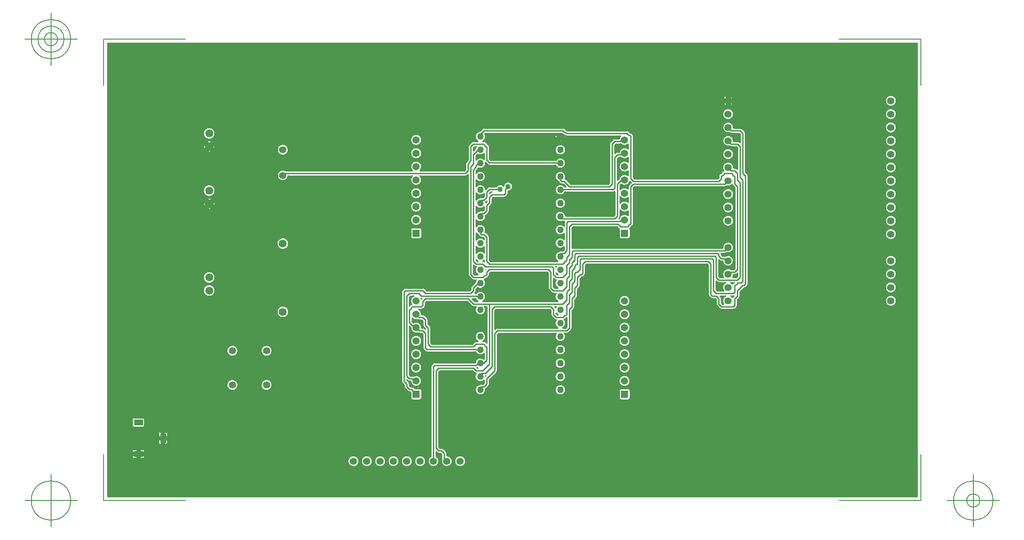
<source format=gbr>
G04 Generated by Ultiboard 13.0 *
%FSLAX24Y24*%
%MOIN*%

%ADD10C,0.0001*%
%ADD11C,0.0100*%
%ADD12C,0.0001*%
%ADD13C,0.0050*%
%ADD14C,0.0540*%
%ADD15R,0.0540X0.0540*%
%ADD16C,0.0500*%
%ADD17C,0.0534*%
%ADD18C,0.0591*%
%ADD19C,0.0394*%


G04 ColorRGB 0000FF for the following layer *
%LNCopper Bottom*%
%LPD*%
G54D10*
G36*
X60649Y33349D02*
X60649Y33349D01*
X-49Y33349D01*
X-49Y-649D01*
X60649Y-649D01*
X60649Y33349D01*
D02*
G37*
%LPC*%
G36*
X46000Y13399D02*
G75*
D01*
G02X45971Y13401I-1J201*
G01*
G74*
D01*
G02X45858Y13458I29J199*
G01*
X45858Y13458D01*
X45658Y13658D01*
G75*
D01*
G02X45599Y13800I141J142*
G01*
X45599Y13800D01*
X45599Y14117D01*
X45517Y14199D01*
X45300Y14199D01*
G75*
D01*
G02X45284Y14200I5J201*
G01*
G74*
D01*
G02X45158Y14258I15J199*
G01*
X45158Y14258D01*
X45058Y14358D01*
G75*
D01*
G02X44999Y14501I141J142*
G01*
X44999Y14501D01*
X44999Y16717D01*
X44917Y16799D01*
X35883Y16799D01*
X35801Y16717D01*
X35801Y16100D01*
G75*
D01*
G02X35742Y15958I-201J0*
G01*
X35742Y15958D01*
X35642Y15858D01*
G74*
D01*
G02X35572Y15812I142J140*
G01*
G75*
D01*
G02X35500Y15799I-71J188*
G01*
X35500Y15799D01*
X35483Y15799D01*
X35401Y15717D01*
X35401Y15200D01*
G75*
D01*
G02X35342Y15058I-201J0*
G01*
X35342Y15058D01*
X35201Y14917D01*
X35201Y14400D01*
G75*
D01*
G02X35142Y14258I-201J0*
G01*
X35142Y14258D01*
X35001Y14117D01*
X35001Y13600D01*
G75*
D01*
G02X34942Y13458I-201J0*
G01*
X34942Y13458D01*
X34801Y13317D01*
X34801Y12000D01*
G75*
D01*
G02X34742Y11858I-201J0*
G01*
X34742Y11858D01*
X34542Y11658D01*
G74*
D01*
G02X34466Y11610I142J141*
G01*
G75*
D01*
G02X34400Y11599I-66J190*
G01*
X34400Y11599D01*
X34232Y11599D01*
G75*
D01*
G02X33600Y11599I-316J-244*
G01*
X33600Y11599D01*
X29283Y11599D01*
X29201Y11517D01*
X29201Y8800D01*
G75*
D01*
G02X29142Y8658I-201J0*
G01*
X29142Y8658D01*
X28982Y8498D01*
X28982Y8498D01*
X28601Y8117D01*
X28601Y7800D01*
G75*
D01*
G02X28542Y7658I-201J0*
G01*
X28542Y7658D01*
X28342Y7458D01*
G74*
D01*
G02X28308Y7431I141J142*
G01*
G75*
D01*
G02X27867Y7751I-392J-76*
G01*
G74*
D01*
G02X27934Y7790I133J151*
G01*
G75*
D01*
G02X28000Y7801I66J-190*
G01*
X28000Y7801D01*
X28117Y7801D01*
X28199Y7883D01*
X28199Y8071D01*
G75*
D01*
G02X27600Y8599I-283J282*
G01*
G74*
D01*
G02X27571Y8601I1J201*
G01*
G74*
D01*
G02X27458Y8658I29J199*
G01*
X27458Y8658D01*
X27317Y8799D01*
X24883Y8799D01*
X24801Y8717D01*
X24801Y3083D01*
X24883Y3001D01*
X25000Y3001D01*
G74*
D01*
G02X25142Y2942I0J201*
G01*
X25142Y2942D01*
X25342Y2742D01*
G74*
D01*
G02X25401Y2600I141J142*
G01*
X25401Y2600D01*
X25401Y2417D01*
G75*
D01*
G02X25008Y2141I-1J-417*
G01*
G75*
D01*
G02X24999Y2200I191J59*
G01*
X24999Y2200D01*
X24999Y2517D01*
X24917Y2599D01*
X24800Y2599D01*
G75*
D01*
G02X24658Y2658I0J201*
G01*
X24658Y2658D01*
X24601Y2715D01*
X24601Y2365D01*
G75*
D01*
G02X24199Y2365I-201J-364*
G01*
X24199Y2365D01*
X24199Y9099D01*
G75*
D01*
G02X24258Y9242I201J1*
G01*
X24258Y9242D01*
X24358Y9342D01*
G74*
D01*
G02X24484Y9400I141J141*
G01*
G75*
D01*
G02X24500Y9401I20J-199*
G01*
X24500Y9401D01*
X27517Y9401D01*
X27519Y9403D01*
G75*
D01*
G02X28175Y9659I397J-49*
G01*
X28175Y9659D01*
X28199Y9683D01*
X28199Y10071D01*
G75*
D01*
G02X27559Y10173I-283J283*
G01*
G74*
D01*
G02X27518Y10199I86J181*
G01*
X27518Y10199D01*
X23900Y10199D01*
G75*
D01*
G02X23884Y10200I5J201*
G01*
G74*
D01*
G02X23758Y10258I15J199*
G01*
X23758Y10258D01*
X23658Y10358D01*
G75*
D01*
G02X23599Y10501I141J142*
G01*
X23599Y10501D01*
X23599Y11517D01*
X23517Y11599D01*
X23322Y11599D01*
G75*
D01*
G02X23280Y11603I-2J201*
G01*
G74*
D01*
G02X23229Y11622I44J196*
G01*
G75*
D01*
G02X22680Y12039I-129J400*
G01*
G74*
D01*
G02X22658Y12058I119J160*
G01*
X22658Y12058D01*
X22601Y12115D01*
X22601Y8483D01*
X22683Y8401D01*
X22919Y8401D01*
G75*
D01*
G02X22681Y7999I181J-379*
G01*
X22681Y7999D01*
X22600Y7999D01*
G75*
D01*
G02X22458Y8058I0J201*
G01*
X22458Y8058D01*
X22401Y8115D01*
X22401Y8083D01*
X22542Y7942D01*
G74*
D01*
G02X22601Y7800I141J142*
G01*
X22601Y7800D01*
X22601Y7683D01*
X22683Y7601D01*
X22800Y7601D01*
G74*
D01*
G02X22996Y7443I0J201*
G01*
X22996Y7443D01*
X23370Y7443D01*
G74*
D01*
G02X23521Y7292I0J151*
G01*
X23521Y7292D01*
X23521Y6752D01*
G75*
D01*
G02X23370Y6601I-151J0*
G01*
X23370Y6601D01*
X22830Y6601D01*
G75*
D01*
G02X22679Y6752I0J151*
G01*
X22679Y6752D01*
X22679Y7158D01*
X22658Y7180D01*
G74*
D01*
G02X22641Y7199I140J143*
G01*
X22641Y7199D01*
X22600Y7199D01*
G75*
D01*
G02X22458Y7258I0J201*
G01*
X22458Y7258D01*
X22258Y7458D01*
G75*
D01*
G02X22199Y7600I141J142*
G01*
X22199Y7600D01*
X22199Y7717D01*
X22058Y7858D01*
G75*
D01*
G02X21999Y8000I141J142*
G01*
X21999Y8000D01*
X21999Y14699D01*
G75*
D01*
G02X22058Y14842I201J1*
G01*
X22058Y14842D01*
X22158Y14942D01*
G74*
D01*
G02X22284Y15000I141J141*
G01*
G75*
D01*
G02X22300Y15001I20J-199*
G01*
X22300Y15001D01*
X23600Y15001D01*
G75*
D01*
G02X23666Y14990I0J-201*
G01*
G74*
D01*
G02X23742Y14942I67J190*
G01*
X23742Y14942D01*
X23883Y14801D01*
X27117Y14801D01*
X27199Y14883D01*
X27199Y14999D01*
G75*
D01*
G02X27258Y15142I201J1*
G01*
X27258Y15142D01*
X27519Y15403D01*
G74*
D01*
G02X27600Y15599I397J49*
G01*
X27600Y15599D01*
X27400Y15599D01*
G75*
D01*
G02X27371Y15601I-1J201*
G01*
G74*
D01*
G02X27258Y15658I29J199*
G01*
X27258Y15658D01*
X27058Y15858D01*
G75*
D01*
G02X26999Y16000I141J142*
G01*
X26999Y16000D01*
X26999Y23515D01*
X26942Y23458D01*
G74*
D01*
G02X26866Y23410I142J141*
G01*
G75*
D01*
G02X26800Y23399I-66J190*
G01*
X26800Y23399D01*
X23395Y23399D01*
G75*
D01*
G02X22805Y23399I-295J-299*
G01*
X22805Y23399D01*
X13512Y23399D01*
G75*
D01*
G02X13304Y23801I-414J41*
G01*
X13304Y23801D01*
X22805Y23801D01*
G75*
D01*
G02X23395Y23801I295J299*
G01*
X23395Y23801D01*
X26717Y23801D01*
X26799Y23883D01*
X26799Y24299D01*
G75*
D01*
G02X26858Y24442I201J1*
G01*
X26858Y24442D01*
X26935Y24519D01*
X26999Y24647D01*
X26999Y25600D01*
G75*
D01*
G02X27058Y25742I201J0*
G01*
X27058Y25742D01*
X27258Y25942D01*
G74*
D01*
G02X27371Y25999I142J141*
G01*
G75*
D01*
G02X27400Y26001I28J-199*
G01*
X27400Y26001D01*
X27727Y26001D01*
G75*
D01*
G02X27867Y26751I188J353*
G01*
X27867Y26751D01*
X28058Y26942D01*
G74*
D01*
G02X28123Y26986I142J140*
G01*
G75*
D01*
G02X28200Y27001I76J-186*
G01*
X28200Y27001D01*
X34100Y27001D01*
G75*
D01*
G02X34172Y26988I1J-201*
G01*
G74*
D01*
G02X34242Y26942I73J187*
G01*
X34242Y26942D01*
X34319Y26865D01*
X34447Y26801D01*
X38900Y26801D01*
G75*
D01*
G02X38972Y26788I1J-201*
G01*
G74*
D01*
G02X39042Y26742I73J187*
G01*
X39042Y26742D01*
X39119Y26665D01*
X39290Y26580D01*
G74*
D01*
G02X39401Y26400I90J180*
G01*
X39401Y26400D01*
X39401Y23283D01*
X39483Y23201D01*
X45717Y23201D01*
X45799Y23283D01*
X45799Y23400D01*
G75*
D01*
G02X45910Y23580I201J0*
G01*
X45910Y23580D01*
X46001Y23625D01*
G74*
D01*
G02X46154Y23796I199J24*
G01*
G75*
D01*
G02X46913Y24001I343J237*
G01*
X46913Y24001D01*
X47000Y24001D01*
G74*
D01*
G02X47142Y23942I0J201*
G01*
X47142Y23942D01*
X47199Y23885D01*
X47199Y25517D01*
X47117Y25599D01*
X46730Y25599D01*
G75*
D01*
G02X46618Y25633I0J201*
G01*
G75*
D01*
G02X46913Y26001I-120J398*
G01*
X46913Y26001D01*
X47200Y26001D01*
G74*
D01*
G02X47342Y25942I0J201*
G01*
X47342Y25942D01*
X47399Y25885D01*
X47399Y26517D01*
X47317Y26599D01*
X46730Y26599D01*
G75*
D01*
G02X46618Y26633I0J201*
G01*
G75*
D01*
G02X46913Y27001I-120J398*
G01*
X46913Y27001D01*
X47400Y27001D01*
G74*
D01*
G02X47542Y26942I0J201*
G01*
X47542Y26942D01*
X47742Y26742D01*
G74*
D01*
G02X47801Y26600I141J142*
G01*
X47801Y26600D01*
X47801Y23683D01*
X47942Y23542D01*
G74*
D01*
G02X48001Y23400I141J142*
G01*
X48001Y23400D01*
X48001Y15300D01*
G75*
D01*
G02X47942Y15158I-201J0*
G01*
X47942Y15158D01*
X47842Y15058D01*
G74*
D01*
G02X47772Y15012I142J140*
G01*
G75*
D01*
G02X47700Y14999I-71J188*
G01*
X47700Y14999D01*
X47683Y14999D01*
X47401Y14717D01*
X47401Y14400D01*
G75*
D01*
G02X47342Y14258I-201J0*
G01*
X47342Y14258D01*
X47201Y14117D01*
X47201Y13700D01*
G75*
D01*
G02X47142Y13558I-201J0*
G01*
X47142Y13558D01*
X47042Y13458D01*
G74*
D01*
G02X46972Y13412I142J140*
G01*
G75*
D01*
G02X46900Y13399I-71J188*
G01*
X46900Y13399D01*
X46000Y13399D01*
D02*
G37*
G36*
X58294Y17947D02*
G75*
D01*
G02X58294Y17947I408J85*
G01*
D02*
G37*
G36*
X46893Y24901D02*
G75*
D01*
G02X46893Y24901I-395J131*
G01*
D02*
G37*
G36*
X58905Y27396D02*
G75*
D01*
G02X58905Y27396I-203J-364*
G01*
D02*
G37*
G36*
X46893Y27901D02*
G75*
D01*
G02X46893Y27901I-395J131*
G01*
D02*
G37*
G36*
X33543Y8498D02*
G75*
D01*
G02X33543Y8498I373J-144*
G01*
D02*
G37*
G36*
X9098Y7368D02*
G75*
D01*
G02X9098Y7368I222J352*
G01*
D02*
G37*
G36*
X18547Y2390D02*
G75*
D01*
G02X18547Y2390I-147J-390*
G01*
D02*
G37*
G36*
X9098Y10632D02*
G75*
D01*
G02X9098Y10632I222J-352*
G01*
D02*
G37*
G36*
X13349Y17947D02*
G75*
D01*
G02X13349Y17947I-246J371*
G01*
D02*
G37*
G36*
X22680Y11022D02*
G75*
D01*
G02X22680Y11022I420J0*
G01*
D02*
G37*
G36*
X22680Y10022D02*
G75*
D01*
G02X22680Y10022I420J0*
G01*
D02*
G37*
G36*
X22680Y9022D02*
G75*
D01*
G02X22680Y9022I420J0*
G01*
D02*
G37*
G36*
X58286Y28032D02*
G75*
D01*
G02X58286Y28032I416J0*
G01*
D02*
G37*
G36*
X58286Y29032D02*
G75*
D01*
G02X58286Y29032I416J0*
G01*
D02*
G37*
G36*
X22680Y25100D02*
G75*
D01*
G02X22680Y25100I420J0*
G01*
D02*
G37*
G36*
X22680Y26100D02*
G75*
D01*
G02X22680Y26100I420J0*
G01*
D02*
G37*
G36*
X58286Y19032D02*
G75*
D01*
G02X58286Y19032I416J0*
G01*
D02*
G37*
G36*
X58286Y20032D02*
G75*
D01*
G02X58286Y20032I416J0*
G01*
D02*
G37*
G36*
X58286Y21032D02*
G75*
D01*
G02X58286Y21032I416J0*
G01*
D02*
G37*
G36*
X58286Y22032D02*
G75*
D01*
G02X58286Y22032I416J0*
G01*
D02*
G37*
G36*
X58286Y23032D02*
G75*
D01*
G02X58286Y23032I416J0*
G01*
D02*
G37*
G36*
X58286Y24032D02*
G75*
D01*
G02X58286Y24032I416J0*
G01*
D02*
G37*
G36*
X58286Y25032D02*
G75*
D01*
G02X58286Y25032I416J0*
G01*
D02*
G37*
G36*
X58286Y26032D02*
G75*
D01*
G02X58286Y26032I416J0*
G01*
D02*
G37*
G36*
X58286Y14032D02*
G75*
D01*
G02X58286Y14032I416J0*
G01*
D02*
G37*
G36*
X58286Y15032D02*
G75*
D01*
G02X58286Y15032I416J0*
G01*
D02*
G37*
G36*
X58286Y16032D02*
G75*
D01*
G02X58286Y16032I416J0*
G01*
D02*
G37*
G36*
X58286Y17032D02*
G75*
D01*
G02X58286Y17032I416J0*
G01*
D02*
G37*
G36*
X23370Y19521D02*
G74*
D01*
G02X23521Y19370I0J151*
G01*
X23521Y19370D01*
X23521Y18830D01*
G75*
D01*
G02X23370Y18679I-151J0*
G01*
X23370Y18679D01*
X22830Y18679D01*
G75*
D01*
G02X22679Y18830I0J151*
G01*
X22679Y18830D01*
X22679Y19370D01*
G75*
D01*
G02X22830Y19521I151J0*
G01*
X22830Y19521D01*
X23370Y19521D01*
D02*
G37*
G36*
X22680Y20100D02*
G75*
D01*
G02X22680Y20100I420J0*
G01*
D02*
G37*
G36*
X22680Y21100D02*
G75*
D01*
G02X22680Y21100I420J0*
G01*
D02*
G37*
G36*
X22680Y22100D02*
G75*
D01*
G02X22680Y22100I420J0*
G01*
D02*
G37*
G36*
X46301Y29032D02*
G75*
D01*
G02X46301Y29032I197J0*
G01*
D02*
G37*
G36*
X46350Y28642D02*
G74*
D01*
G02X46108Y28884I148J390*
G01*
X46108Y28884D01*
X46350Y28884D01*
X46350Y28642D01*
D02*
G37*
G36*
X46887Y28884D02*
G74*
D01*
G02X46645Y28642I389J147*
G01*
X46645Y28642D01*
X46645Y28884D01*
X46887Y28884D01*
D02*
G37*
G36*
X46108Y29179D02*
G74*
D01*
G02X46350Y29421I389J147*
G01*
X46350Y29421D01*
X46350Y29179D01*
X46108Y29179D01*
D02*
G37*
G36*
X46645Y29421D02*
G74*
D01*
G02X46887Y29179I146J388*
G01*
X46887Y29179D01*
X46645Y29179D01*
X46645Y29421D01*
D02*
G37*
G36*
X33516Y10354D02*
G75*
D01*
G02X33516Y10354I400J0*
G01*
D02*
G37*
G36*
X33516Y9354D02*
G75*
D01*
G02X33516Y9354I400J0*
G01*
D02*
G37*
G36*
X38312Y9022D02*
G75*
D01*
G02X38312Y9022I420J0*
G01*
D02*
G37*
G36*
X38312Y10022D02*
G75*
D01*
G02X38312Y10022I420J0*
G01*
D02*
G37*
G36*
X38312Y11022D02*
G75*
D01*
G02X38312Y11022I420J0*
G01*
D02*
G37*
G36*
X38312Y12022D02*
G75*
D01*
G02X38312Y12022I420J0*
G01*
D02*
G37*
G36*
X38312Y13022D02*
G75*
D01*
G02X38312Y13022I420J0*
G01*
D02*
G37*
G36*
X38312Y14022D02*
G75*
D01*
G02X38312Y14022I420J0*
G01*
D02*
G37*
G36*
X2046Y2433D02*
G75*
D01*
G02X2046Y2679I98J123*
G01*
X2046Y2679D01*
X1798Y2679D01*
X1798Y2816D01*
G75*
D01*
G02X1885Y2903I87J0*
G01*
X1885Y2903D01*
X2141Y2903D01*
X2141Y2714D01*
X2145Y2714D01*
X2145Y2714D01*
X2382Y2714D01*
X2387Y2714D01*
X2387Y2714D01*
X2387Y2903D01*
X2642Y2903D01*
G74*
D01*
G02X2729Y2816I0J87*
G01*
X2729Y2816D01*
X2729Y2679D01*
X2481Y2679D01*
G75*
D01*
G02X2481Y2433I-98J-123*
G01*
X2481Y2433D01*
X2729Y2433D01*
X2729Y2296D01*
G75*
D01*
G02X2642Y2209I-87J0*
G01*
X2642Y2209D01*
X2387Y2209D01*
X2387Y2398D01*
X2382Y2398D01*
X2382Y2398D01*
X2145Y2398D01*
X2141Y2398D01*
X2141Y2398D01*
X2141Y2209D01*
X1885Y2209D01*
G75*
D01*
G02X1798Y2296I0J87*
G01*
X1798Y2296D01*
X1798Y2433D01*
X2046Y2433D01*
D02*
G37*
G36*
X3956Y3614D02*
X3956Y3619D01*
X3956Y3619D01*
X3956Y3855D01*
G74*
D01*
G02X3956Y3860I158J3*
G01*
X3956Y3860D01*
X3767Y3860D01*
X3767Y4115D01*
G75*
D01*
G02X3854Y4202I87J0*
G01*
X3854Y4202D01*
X3991Y4202D01*
X3991Y3955D01*
G75*
D01*
G02X4237Y3955I123J-99*
G01*
X4237Y3955D01*
X4237Y4202D01*
X4374Y4202D01*
G74*
D01*
G02X4461Y4115I0J87*
G01*
X4461Y4115D01*
X4461Y3860D01*
X4272Y3860D01*
G74*
D01*
G02X4272Y3855I158J2*
G01*
X4272Y3855D01*
X4272Y3619D01*
X4272Y3614D01*
X4272Y3614D01*
X4461Y3614D01*
X4461Y3359D01*
G75*
D01*
G02X4374Y3272I-87J0*
G01*
X4374Y3272D01*
X4237Y3272D01*
X4237Y3519D01*
G75*
D01*
G02X3991Y3519I-123J99*
G01*
X3991Y3519D01*
X3991Y3272D01*
X3854Y3272D01*
G75*
D01*
G02X3767Y3359I0J87*
G01*
X3767Y3359D01*
X3767Y3614D01*
X3956Y3614D01*
D02*
G37*
G36*
X1798Y5178D02*
G75*
D01*
G02X1885Y5265I87J0*
G01*
X1885Y5265D01*
X2642Y5265D01*
G74*
D01*
G02X2729Y5178I0J87*
G01*
X2729Y5178D01*
X2729Y4658D01*
G75*
D01*
G02X2642Y4571I-87J0*
G01*
X2642Y4571D01*
X1885Y4571D01*
G75*
D01*
G02X1798Y4658I0J87*
G01*
X1798Y4658D01*
X1798Y5178D01*
D02*
G37*
G36*
X33516Y7354D02*
G75*
D01*
G02X33516Y7354I400J0*
G01*
D02*
G37*
G36*
X38312Y8022D02*
G75*
D01*
G02X38312Y8022I420J0*
G01*
D02*
G37*
G36*
X39002Y7443D02*
G74*
D01*
G02X39152Y7292I1J151*
G01*
X39152Y7292D01*
X39152Y6752D01*
G75*
D01*
G02X39002Y6601I-150J-1*
G01*
X39002Y6601D01*
X38462Y6601D01*
G75*
D01*
G02X38311Y6752I0J151*
G01*
X38311Y6752D01*
X38311Y7292D01*
G75*
D01*
G02X38462Y7443I151J0*
G01*
X38462Y7443D01*
X39002Y7443D01*
D02*
G37*
G36*
X18983Y2000D02*
G75*
D01*
G02X18983Y2000I417J0*
G01*
D02*
G37*
G36*
X19983Y2000D02*
G75*
D01*
G02X19983Y2000I417J0*
G01*
D02*
G37*
G36*
X20983Y2000D02*
G75*
D01*
G02X20983Y2000I417J0*
G01*
D02*
G37*
G36*
X21983Y2000D02*
G75*
D01*
G02X21983Y2000I417J0*
G01*
D02*
G37*
G36*
X22983Y2000D02*
G75*
D01*
G02X22983Y2000I417J0*
G01*
D02*
G37*
G36*
X25983Y2000D02*
G75*
D01*
G02X25983Y2000I417J0*
G01*
D02*
G37*
G36*
X7132Y26584D02*
G75*
D01*
G02X7132Y26584I446J0*
G01*
D02*
G37*
G36*
X7172Y21491D02*
X7172Y21491D01*
X7354Y21308D01*
X7172Y21125D01*
G75*
D01*
G02X7172Y21491I406J183*
G01*
D02*
G37*
G36*
X7984Y21491D02*
G75*
D01*
G02X7984Y21125I-406J-183*
G01*
X7984Y21125D01*
X7801Y21308D01*
X7984Y21491D01*
D02*
G37*
G36*
X7401Y21308D02*
G75*
D01*
G02X7401Y21308I177J0*
G01*
D02*
G37*
G36*
X7760Y20902D02*
G75*
D01*
G02X7395Y20902I-182J405*
G01*
X7395Y20902D01*
X7578Y21085D01*
X7760Y20902D01*
D02*
G37*
G36*
X7132Y22292D02*
G75*
D01*
G02X7132Y22292I446J0*
G01*
D02*
G37*
G36*
X7395Y21714D02*
G75*
D01*
G02X7760Y21714I183J-406*
G01*
X7760Y21714D01*
X7578Y21531D01*
X7395Y21714D01*
D02*
G37*
G36*
X7760Y25194D02*
G75*
D01*
G02X7395Y25194I-182J405*
G01*
X7395Y25194D01*
X7578Y25377D01*
X7760Y25194D01*
D02*
G37*
G36*
X7395Y26006D02*
G75*
D01*
G02X7760Y26006I183J-406*
G01*
X7760Y26006D01*
X7578Y25823D01*
X7395Y26006D01*
D02*
G37*
G36*
X7984Y25783D02*
G75*
D01*
G02X7984Y25417I-406J-183*
G01*
X7984Y25417D01*
X7801Y25600D01*
X7984Y25783D01*
D02*
G37*
G36*
X7172Y25783D02*
X7172Y25783D01*
X7354Y25600D01*
X7172Y25417D01*
G75*
D01*
G02X7172Y25783I406J183*
G01*
D02*
G37*
G36*
X7401Y25600D02*
G75*
D01*
G02X7401Y25600I177J0*
G01*
D02*
G37*
G36*
X7132Y15784D02*
G75*
D01*
G02X7132Y15784I446J0*
G01*
D02*
G37*
G36*
X7132Y14800D02*
G75*
D01*
G02X7132Y14800I446J0*
G01*
D02*
G37*
G36*
X11463Y7720D02*
G75*
D01*
G02X11463Y7720I417J0*
G01*
D02*
G37*
G36*
X12680Y25361D02*
G75*
D01*
G02X12680Y25361I417J0*
G01*
D02*
G37*
G36*
X11463Y10280D02*
G75*
D01*
G02X11463Y10280I417J0*
G01*
D02*
G37*
G36*
X12658Y13200D02*
G75*
D01*
G02X12658Y13200I445J0*
G01*
D02*
G37*
%LPD*%
G36*
X28313Y24403D02*
G75*
D01*
G02X27764Y23984I-397J-49*
G01*
G74*
D01*
G02X27742Y23958I163J116*
G01*
X27742Y23958D01*
X27665Y23881D01*
X27601Y23753D01*
X27601Y23600D01*
G75*
D01*
G02X27601Y23107I314J-246*
G01*
X27601Y23107D01*
X27601Y22600D01*
G75*
D01*
G02X28313Y22398I315J-245*
G01*
X28313Y22398D01*
X28458Y22542D01*
G74*
D01*
G02X28571Y22599I142J141*
G01*
G75*
D01*
G02X28600Y22601I28J-199*
G01*
X28600Y22601D01*
X29117Y22601D01*
G75*
D01*
G02X29655Y22635I283J-201*
G01*
G75*
D01*
G02X30001Y22253I344J-36*
G01*
X30001Y22253D01*
X30001Y22100D01*
G75*
D01*
G02X29942Y21958I-201J0*
G01*
X29942Y21958D01*
X29842Y21858D01*
G74*
D01*
G02X29772Y21812I142J140*
G01*
G75*
D01*
G02X29700Y21799I-71J188*
G01*
X29700Y21799D01*
X28883Y21799D01*
X28801Y21717D01*
X28801Y21400D01*
G75*
D01*
G02X28742Y21258I-201J0*
G01*
X28742Y21258D01*
X28601Y21117D01*
X28601Y20800D01*
G75*
D01*
G02X28542Y20658I-201J0*
G01*
X28542Y20658D01*
X28342Y20458D01*
G74*
D01*
G02X28308Y20431I141J142*
G01*
G75*
D01*
G02X27601Y20107I-391J-81*
G01*
X27601Y20107D01*
X27601Y19600D01*
G75*
D01*
G02X28279Y19185I321J-237*
G01*
G74*
D01*
G02X28342Y19142I80J185*
G01*
X28342Y19142D01*
X28542Y18942D01*
G74*
D01*
G02X28601Y18800I141J142*
G01*
X28601Y18800D01*
X28601Y17083D01*
X28683Y17001D01*
X33727Y17001D01*
G75*
D01*
G02X33867Y17751I188J353*
G01*
G74*
D01*
G02X33934Y17790I133J151*
G01*
G75*
D01*
G02X34000Y17801I66J-190*
G01*
X34000Y17801D01*
X34117Y17801D01*
X34199Y17883D01*
X34199Y18071D01*
G75*
D01*
G02X34199Y18636I-283J283*
G01*
X34199Y18636D01*
X34199Y19071D01*
G75*
D01*
G02X34199Y19636I-283J283*
G01*
X34199Y19636D01*
X34199Y19899D01*
G75*
D01*
G02X34225Y19999I201J1*
G01*
X34225Y19999D01*
X34101Y19999D01*
G75*
D01*
G02X34313Y20401I-185J355*
G01*
X34313Y20401D01*
X37917Y20401D01*
X37999Y20483D01*
X37999Y22225D01*
G74*
D01*
G02X37972Y22212I100J174*
G01*
G75*
D01*
G02X37900Y22199I-71J188*
G01*
X37900Y22199D01*
X34285Y22199D01*
G75*
D01*
G02X34230Y22601I-369J154*
G01*
X34230Y22601D01*
X34315Y22601D01*
X34117Y22799D01*
X34000Y22799D01*
G75*
D01*
G02X33934Y22810I0J201*
G01*
G74*
D01*
G02X33858Y22858I67J190*
G01*
X33858Y22858D01*
X33774Y22942D01*
G74*
D01*
G02X33735Y22997I141J142*
G01*
G75*
D01*
G02X34279Y23185I181J357*
G01*
G74*
D01*
G02X34342Y23142I80J185*
G01*
X34342Y23142D01*
X34683Y22801D01*
X37517Y22801D01*
X37599Y22883D01*
X37599Y25800D01*
G75*
D01*
G02X37658Y25942I201J0*
G01*
X37658Y25942D01*
X37858Y26142D01*
G74*
D01*
G02X37971Y26199I142J141*
G01*
G75*
D01*
G02X38000Y26201I28J-199*
G01*
X38000Y26201D01*
X38317Y26201D01*
X38327Y26211D01*
G74*
D01*
G02X38437Y26399I404J110*
G01*
X38437Y26399D01*
X34400Y26399D01*
G75*
D01*
G02X34364Y26402I-1J201*
G01*
G74*
D01*
G02X34310Y26420I36J198*
G01*
G75*
D01*
G02X34281Y26190I-393J-67*
G01*
X34281Y26190D01*
X34116Y26354D01*
X34225Y26463D01*
X34110Y26520D01*
G74*
D01*
G02X34058Y26558I91J179*
G01*
X34058Y26558D01*
X34017Y26599D01*
X33961Y26599D01*
X33916Y26554D01*
X33871Y26599D01*
X28283Y26599D01*
X28253Y26569D01*
G75*
D01*
G02X28104Y26001I-336J-215*
G01*
X28104Y26001D01*
X28200Y26001D01*
G75*
D01*
G02X28255Y25993I-1J-201*
G01*
G74*
D01*
G02X28380Y25890I54J193*
G01*
X28380Y25890D01*
X28425Y25799D01*
G74*
D01*
G02X28601Y25600I24J199*
G01*
X28601Y25600D01*
X28601Y24683D01*
X28683Y24601D01*
X33600Y24601D01*
X33601Y24601D01*
G75*
D01*
G02X33559Y24173I315J-247*
G01*
G74*
D01*
G02X33518Y24199I86J181*
G01*
X33518Y24199D01*
X28600Y24199D01*
G75*
D01*
G02X28571Y24201I-1J201*
G01*
G74*
D01*
G02X28458Y24258I29J199*
G01*
X28458Y24258D01*
X28313Y24403D01*
D02*
G37*
%LPC*%
G36*
X33741Y26354D02*
G75*
D01*
G02X33741Y26354I175J0*
G01*
D02*
G37*
G36*
X33551Y26518D02*
X33551Y26518D01*
X33715Y26354D01*
X33551Y26190D01*
G75*
D01*
G02X33551Y26518I365J164*
G01*
D02*
G37*
G36*
X34080Y25989D02*
G75*
D01*
G02X33752Y25989I-164J365*
G01*
X33752Y25989D01*
X33916Y26153D01*
X34080Y25989D01*
D02*
G37*
G36*
X33516Y25354D02*
G75*
D01*
G02X33516Y25354I400J0*
G01*
D02*
G37*
G36*
X33516Y21354D02*
G75*
D01*
G02X33516Y21354I400J0*
G01*
D02*
G37*
%LPD*%
G36*
X46082Y18001D02*
G75*
D01*
G02X46377Y17633I416J31*
G01*
G74*
D01*
G02X46334Y17611I112J166*
G01*
G75*
D01*
G02X46266Y17599I-68J188*
G01*
X46266Y17599D01*
X45975Y17599D01*
G74*
D01*
G02X46001Y17500I175J99*
G01*
X46001Y17500D01*
X46001Y17483D01*
X46083Y17401D01*
X46304Y17401D01*
G75*
D01*
G02X46082Y16999I193J-369*
G01*
X46082Y16999D01*
X46000Y16999D01*
G75*
D01*
G02X45971Y17001I-1J201*
G01*
G74*
D01*
G02X45858Y17058I29J199*
G01*
X45858Y17058D01*
X45801Y17115D01*
X45801Y15883D01*
X45883Y15801D01*
X46150Y15801D01*
G75*
D01*
G02X46691Y16401I347J231*
G01*
X46691Y16401D01*
X46917Y16401D01*
X46999Y16483D01*
X46999Y22517D01*
X46858Y22658D01*
G74*
D01*
G02X46805Y22750I141J142*
G01*
G75*
D01*
G02X46377Y22633I-307J281*
G01*
G74*
D01*
G02X46334Y22611I112J166*
G01*
G75*
D01*
G02X46266Y22599I-68J188*
G01*
X46266Y22599D01*
X39483Y22599D01*
X39401Y22517D01*
X39401Y19800D01*
G75*
D01*
G02X39225Y19601I-201J0*
G01*
X39225Y19601D01*
X39180Y19510D01*
G74*
D01*
G02X39131Y19448I179J91*
G01*
G74*
D01*
G02X39152Y19370I129J77*
G01*
X39152Y19370D01*
X39152Y18830D01*
G75*
D01*
G02X39002Y18679I-150J-1*
G01*
X39002Y18679D01*
X38462Y18679D01*
G75*
D01*
G02X38311Y18830I0J151*
G01*
X38311Y18830D01*
X38311Y19370D01*
G74*
D01*
G02X38318Y19416I151J1*
G01*
G74*
D01*
G02X38201Y19575I83J183*
G01*
X38201Y19575D01*
X38153Y19599D01*
X34883Y19599D01*
X34801Y19517D01*
X34801Y17975D01*
G74*
D01*
G02X34884Y18000I98J175*
G01*
G75*
D01*
G02X34900Y18001I20J-199*
G01*
X34900Y18001D01*
X46082Y18001D01*
D02*
G37*
%LPC*%
G36*
X46893Y20163D02*
G75*
D01*
G02X46893Y20163I-395J-131*
G01*
D02*
G37*
G36*
X46893Y21163D02*
G75*
D01*
G02X46893Y21163I-395J-131*
G01*
D02*
G37*
G36*
X46893Y22163D02*
G75*
D01*
G02X46893Y22163I-395J-131*
G01*
D02*
G37*
G36*
X46893Y19163D02*
G75*
D01*
G02X46893Y19163I-395J-131*
G01*
D02*
G37*
%LPD*%
G36*
X27727Y11001D02*
G75*
D01*
G02X28104Y11001I189J353*
G01*
X28104Y11001D01*
X28200Y11001D01*
G75*
D01*
G02X28255Y10993I-1J-201*
G01*
G74*
D01*
G02X28380Y10890I54J193*
G01*
X28380Y10890D01*
X28399Y10851D01*
X28399Y13599D01*
X28232Y13599D01*
G75*
D01*
G02X27600Y13599I-316J-244*
G01*
X27600Y13599D01*
X27400Y13599D01*
G75*
D01*
G02X27258Y13658I0J201*
G01*
X27258Y13658D01*
X26917Y13999D01*
X23883Y13999D01*
X23801Y13917D01*
X23801Y13700D01*
G75*
D01*
G02X23742Y13558I-201J0*
G01*
X23742Y13558D01*
X23642Y13458D01*
G74*
D01*
G02X23500Y13399I142J141*
G01*
X23500Y13399D01*
X23285Y13399D01*
G75*
D01*
G02X23519Y13001I-184J-376*
G01*
X23519Y13001D01*
X23600Y13001D01*
G75*
D01*
G02X23666Y12990I0J-201*
G01*
G74*
D01*
G02X23742Y12942I67J190*
G01*
X23742Y12942D01*
X23942Y12742D01*
G74*
D01*
G02X24001Y12600I141J142*
G01*
X24001Y12600D01*
X24001Y12283D01*
X24142Y12142D01*
G74*
D01*
G02X24201Y12000I141J142*
G01*
X24201Y12000D01*
X24201Y10883D01*
X24283Y10801D01*
X27317Y10801D01*
X27458Y10942D01*
G74*
D01*
G02X27571Y10999I142J141*
G01*
G75*
D01*
G02X27600Y11001I28J-199*
G01*
X27600Y11001D01*
X27727Y11001D01*
D02*
G37*
%LPC*%
G36*
X27996Y12746D02*
G75*
D01*
G02X27996Y12746I-80J-392*
G01*
D02*
G37*
%LPD*%
G36*
X27701Y15017D02*
G75*
D01*
G03X28206Y15629I220J333*
G01*
G74*
D01*
G03X28242Y15658I107J170*
G01*
X28242Y15658D01*
X28319Y15735D01*
X28490Y15820D01*
G75*
D01*
G03X28601Y16000I-90J180*
G01*
X28601Y16000D01*
X28601Y16117D01*
X28683Y16199D01*
X32917Y16199D01*
X32999Y16117D01*
X32999Y15000D01*
G75*
D01*
G03X33058Y14858I201J0*
G01*
X33058Y14858D01*
X33258Y14658D01*
G74*
D01*
G03X33371Y14601I142J141*
G01*
G75*
D01*
G03X33400Y14599I28J199*
G01*
X33400Y14599D01*
X33600Y14599D01*
G75*
D01*
G03X33727Y14001I314J-246*
G01*
X33727Y14001D01*
X28104Y14001D01*
G75*
D01*
G03X27601Y14601I-192J350*
G01*
X27600Y14601D01*
X27600Y14601D01*
X27485Y14601D01*
X27542Y14658D01*
G75*
D01*
G03X27601Y14800I-141J142*
G01*
X27601Y14800D01*
X27601Y14917D01*
X27701Y15017D01*
D02*
G37*
G36*
X29171Y11999D02*
G74*
D01*
G03X29058Y11942I29J199*
G01*
X29058Y11942D01*
X29001Y11885D01*
X29001Y13317D01*
X29083Y13399D01*
X33117Y13399D01*
X33199Y13317D01*
X33199Y13000D01*
G75*
D01*
G03X33258Y12858I201J0*
G01*
X33258Y12858D01*
X33458Y12658D01*
G74*
D01*
G03X33571Y12601I142J141*
G01*
G74*
D01*
G03X33600Y12599I28J199*
G01*
G75*
D01*
G03X33727Y12001I314J-246*
G01*
X33727Y12001D01*
X29200Y12001D01*
G75*
D01*
G03X29171Y11999I-1J-201*
G01*
D02*
G37*
G36*
X38999Y24776D02*
X38999Y24776D01*
X38999Y24424D01*
G75*
D01*
G03X38999Y23776I-266J-324*
G01*
X38999Y23776D01*
X38999Y23424D01*
G75*
D01*
G03X38327Y23211I-268J-322*
G01*
X38327Y23211D01*
X38201Y23085D01*
X38201Y24717D01*
X38283Y24799D01*
X38400Y24799D01*
G75*
D01*
G03X38436Y24802I1J201*
G01*
G75*
D01*
G03X38999Y24776I296J298*
G01*
D02*
G37*
G36*
X23599Y12200D02*
X23599Y12200D01*
X23599Y12517D01*
X23517Y12599D01*
X23322Y12599D01*
G75*
D01*
G02X23280Y12603I-2J201*
G01*
G74*
D01*
G02X23229Y12622I44J196*
G01*
G75*
D01*
G02X22801Y12727I-129J400*
G01*
X22801Y12727D01*
X22801Y12483D01*
X22883Y12401D01*
X22919Y12401D01*
G75*
D01*
G02X23519Y12001I181J-379*
G01*
X23519Y12001D01*
X23600Y12001D01*
G75*
D01*
G02X23666Y11990I0J-201*
G01*
G74*
D01*
G02X23742Y11942I67J190*
G01*
X23742Y11942D01*
X23799Y11885D01*
X23799Y11917D01*
X23658Y12058D01*
G75*
D01*
G02X23599Y12200I141J142*
G01*
D02*
G37*
G36*
X38999Y25424D02*
G75*
D01*
G03X38327Y25211I-268J-322*
G01*
X38327Y25211D01*
X38317Y25201D01*
X38200Y25201D01*
G75*
D01*
G03X38171Y25199I-1J-201*
G01*
G74*
D01*
G03X38058Y25142I29J199*
G01*
X38058Y25142D01*
X38001Y25085D01*
X38001Y25717D01*
X38083Y25799D01*
X38400Y25799D01*
G75*
D01*
G03X38436Y25802I1J201*
G01*
G75*
D01*
G03X38999Y25776I296J298*
G01*
X38999Y25776D01*
X38999Y25424D01*
D02*
G37*
G36*
X38999Y22424D02*
G75*
D01*
G03X38401Y22359I-267J-323*
G01*
X38401Y22359D01*
X38401Y22717D01*
X38462Y22778D01*
G75*
D01*
G03X39135Y22981I270J322*
G01*
X39135Y22981D01*
X39216Y22900D01*
X39058Y22742D01*
G75*
D01*
G03X38999Y22600I141J-142*
G01*
X38999Y22600D01*
X38999Y22424D01*
D02*
G37*
G36*
X46301Y15399D02*
G75*
D01*
G03X46150Y14801I195J-367*
G01*
X46150Y14801D01*
X45683Y14801D01*
X45601Y14883D01*
X45601Y15515D01*
X45658Y15458D01*
G74*
D01*
G03X45771Y15401I142J141*
G01*
G75*
D01*
G03X45800Y15399I28J199*
G01*
X45800Y15399D01*
X46301Y15399D01*
D02*
G37*
G36*
X28199Y18071D02*
X28199Y18071D01*
X28199Y17636D01*
G75*
D01*
G03X27601Y17600I-283J-281*
G01*
X27601Y17600D01*
X27601Y18107D01*
G75*
D01*
G03X28199Y18071I315J247*
G01*
D02*
G37*
G36*
X28199Y18636D02*
G75*
D01*
G03X27601Y18600I-283J-281*
G01*
X27601Y18600D01*
X27601Y19107D01*
G74*
D01*
G03X27735Y18997I315J247*
G01*
G74*
D01*
G03X27774Y18942I180J87*
G01*
X27774Y18942D01*
X27858Y18858D01*
G74*
D01*
G03X27934Y18810I142J141*
G01*
G75*
D01*
G03X28000Y18799I66J190*
G01*
X28000Y18799D01*
X28117Y18799D01*
X28199Y18717D01*
X28199Y18636D01*
D02*
G37*
G36*
X28000Y20801D02*
G75*
D01*
G03X27934Y20790I0J-201*
G01*
G74*
D01*
G03X27867Y20751I66J190*
G01*
G74*
D01*
G03X27601Y20600I49J397*
G01*
X27601Y20600D01*
X27601Y21107D01*
G75*
D01*
G03X28199Y21071I315J247*
G01*
X28199Y21071D01*
X28199Y20883D01*
X28117Y20801D01*
X28000Y20801D01*
D02*
G37*
G36*
X28000Y21801D02*
G75*
D01*
G03X27934Y21790I0J-201*
G01*
G74*
D01*
G03X27867Y21751I66J190*
G01*
G74*
D01*
G03X27601Y21600I49J397*
G01*
X27601Y21600D01*
X27601Y22107D01*
G75*
D01*
G03X28199Y22071I315J247*
G01*
X28199Y22071D01*
X28199Y21883D01*
X28117Y21801D01*
X28000Y21801D01*
D02*
G37*
G36*
X38999Y20776D02*
X38999Y20776D01*
X38999Y20424D01*
G75*
D01*
G03X38395Y20351I-267J-323*
G01*
G75*
D01*
G03X38401Y20400I-195J49*
G01*
X38401Y20400D01*
X38401Y20841D01*
G75*
D01*
G03X38999Y20776I331J259*
G01*
D02*
G37*
G36*
X38999Y21776D02*
X38999Y21776D01*
X38999Y21424D01*
G75*
D01*
G03X38401Y21359I-267J-323*
G01*
X38401Y21359D01*
X38401Y21841D01*
G75*
D01*
G03X38999Y21776I331J259*
G01*
D02*
G37*
G36*
X28199Y24636D02*
G75*
D01*
G03X27601Y24600I-283J-281*
G01*
X27601Y24600D01*
X27601Y24917D01*
X27701Y25017D01*
G75*
D01*
G03X28199Y25071I216J336*
G01*
X28199Y25071D01*
X28199Y24636D01*
D02*
G37*
G36*
X46001Y14200D02*
G74*
D01*
G03X45942Y14342I201J0*
G01*
X45942Y14342D01*
X45885Y14399D01*
X46301Y14399D01*
G75*
D01*
G03X46150Y13801I195J-367*
G01*
X46150Y13801D01*
X46083Y13801D01*
X46001Y13883D01*
X46001Y14200D01*
D02*
G37*
G36*
X22620Y13690D02*
G74*
D01*
G02X22747Y13794I180J90*
G01*
G75*
D01*
G02X22915Y14399I353J228*
G01*
X22915Y14399D01*
X22683Y14399D01*
X22601Y14317D01*
X22601Y13651D01*
X22620Y13690D01*
D02*
G37*
G36*
X33727Y15001D02*
X33727Y15001D01*
X33483Y15001D01*
X33401Y15083D01*
X33401Y15715D01*
X33458Y15658D01*
G74*
D01*
G03X33571Y15601I142J141*
G01*
G74*
D01*
G03X33600Y15599I28J199*
G01*
G75*
D01*
G03X33727Y15001I314J-246*
G01*
D02*
G37*
G36*
X27727Y16001D02*
G75*
D01*
G02X27600Y16599I189J353*
G01*
G74*
D01*
G02X27571Y16601I1J201*
G01*
G74*
D01*
G02X27458Y16658I29J199*
G01*
X27458Y16658D01*
X27401Y16715D01*
X27401Y16083D01*
X27483Y16001D01*
X27727Y16001D01*
D02*
G37*
G36*
X34104Y12001D02*
G75*
D01*
G03X34206Y12629I-187J353*
G01*
G74*
D01*
G03X34242Y12658I107J170*
G01*
X34242Y12658D01*
X34319Y12735D01*
X34399Y12775D01*
X34399Y12083D01*
X34317Y12001D01*
X34104Y12001D01*
D02*
G37*
G36*
X46845Y15801D02*
G74*
D01*
G03X46913Y15999I347J230*
G01*
X46913Y15999D01*
X47000Y15999D01*
G74*
D01*
G03X47142Y16058I0J201*
G01*
X47142Y16058D01*
X47199Y16115D01*
X47199Y15883D01*
X47117Y15801D01*
X46845Y15801D01*
D02*
G37*
G36*
X27727Y14001D02*
G74*
D01*
G02X27559Y14173I189J353*
G01*
G74*
D01*
G02X27518Y14199I86J181*
G01*
X27518Y14199D01*
X27285Y14199D01*
X27483Y14001D01*
X27727Y14001D01*
D02*
G37*
G36*
X27519Y25403D02*
G74*
D01*
G02X27600Y25599I397J49*
G01*
X27600Y25599D01*
X27483Y25599D01*
X27401Y25517D01*
X27401Y25285D01*
X27519Y25403D01*
D02*
G37*
G36*
X46910Y15380D02*
G74*
D01*
G03X46822Y15293I90J179*
G01*
G74*
D01*
G03X46694Y15399I324J261*
G01*
X46694Y15399D01*
X46949Y15399D01*
X46910Y15380D01*
D02*
G37*
G36*
X46694Y14399D02*
X46694Y14399D01*
X46900Y14399D01*
G75*
D01*
G03X46915Y14400I-6J201*
G01*
X46915Y14400D01*
X46858Y14342D01*
G74*
D01*
G03X46822Y14293I141J142*
G01*
G74*
D01*
G03X46694Y14399I324J261*
G01*
D02*
G37*
G36*
X28772Y22199D02*
X28772Y22199D01*
X28683Y22199D01*
X28601Y22117D01*
X28601Y22085D01*
X28658Y22142D01*
G74*
D01*
G02X28771Y22199I142J141*
G01*
X28772Y22199D01*
D02*
G37*
G36*
X33727Y13001D02*
X33727Y13001D01*
X33683Y13001D01*
X33601Y13083D01*
X33601Y13107D01*
G74*
D01*
G03X33727Y13001I315J247*
G01*
D02*
G37*
G36*
X33601Y16107D02*
G74*
D01*
G03X33727Y16001I315J247*
G01*
X33727Y16001D01*
X33683Y16001D01*
X33601Y16083D01*
X33601Y16107D01*
D02*
G37*
G36*
X27601Y17107D02*
X27601Y17107D01*
X27601Y17083D01*
X27683Y17001D01*
X27727Y17001D01*
G74*
D01*
G02X27601Y17107I189J353*
G01*
D02*
G37*
G36*
X28313Y21398D02*
X28313Y21398D01*
X28399Y21483D01*
X28399Y21515D01*
X28342Y21458D01*
G74*
D01*
G02X28308Y21431I141J142*
G01*
G74*
D01*
G02X28313Y21398I392J76*
G01*
D02*
G37*
G36*
X28166Y16990D02*
G74*
D01*
G03X28104Y17001I66J190*
G01*
G74*
D01*
G03X28199Y17071I187J353*
G01*
X28199Y17071D01*
X28199Y17000D01*
G75*
D01*
G03X28201Y16974I201J2*
G01*
G74*
D01*
G03X28166Y16990I101J174*
G01*
D02*
G37*
G36*
X33555Y13527D02*
G74*
D01*
G03X33542Y13542I157J123*
G01*
X33542Y13542D01*
X33485Y13599D01*
X33600Y13599D01*
G74*
D01*
G03X33555Y13527I314J246*
G01*
D02*
G37*
G36*
X38327Y20211D02*
X38327Y20211D01*
X38317Y20201D01*
X38285Y20201D01*
X38342Y20258D01*
X38343Y20259D01*
G74*
D01*
G03X38327Y20211I390J157*
G01*
D02*
G37*
G36*
X27727Y9001D02*
G74*
D01*
G02X27693Y9022I193J350*
G01*
G74*
D01*
G02X27672Y9012I96J175*
G01*
X27672Y9012D01*
X27683Y9001D01*
X27727Y9001D01*
D02*
G37*
G36*
X23491Y14175D02*
X23491Y14175D01*
X23515Y14199D01*
X23500Y14199D01*
G75*
D01*
G02X23480Y14200I0J201*
G01*
G74*
D01*
G02X23491Y14175I378J181*
G01*
D02*
G37*
G36*
X33585Y16579D02*
G74*
D01*
G03X33575Y16599I185J80*
G01*
X33575Y16599D01*
X33600Y16599D01*
G74*
D01*
G03X33585Y16579I312J249*
G01*
D02*
G37*
G36*
X28313Y8399D02*
X28313Y8398D01*
X28313Y8398D01*
X28315Y8400D01*
G74*
D01*
G02X28313Y8399I90J178*
G01*
D02*
G37*
G36*
X28313Y16398D02*
X28313Y16398D01*
X28315Y16399D01*
X28313Y16399D01*
X28313Y16398D01*
D02*
G37*
G54D11*
X46000Y13399D02*
G75*
D01*
G02X45971Y13401I-1J201*
G01*
G74*
D01*
G02X45858Y13458I29J199*
G01*
X45658Y13658D01*
G75*
D01*
G02X45599Y13800I141J142*
G01*
X45599Y14117D01*
X45517Y14199D01*
X45300Y14199D01*
G75*
D01*
G02X45284Y14200I5J201*
G01*
G74*
D01*
G02X45158Y14258I15J199*
G01*
X45058Y14358D01*
G75*
D01*
G02X44999Y14501I141J142*
G01*
X44999Y16717D01*
X44917Y16799D01*
X35883Y16799D01*
X35801Y16717D01*
X35801Y16100D01*
G75*
D01*
G02X35742Y15958I-201J0*
G01*
X35642Y15858D01*
G74*
D01*
G02X35572Y15812I142J140*
G01*
G75*
D01*
G02X35500Y15799I-71J188*
G01*
X35483Y15799D01*
X35401Y15717D01*
X35401Y15200D01*
G75*
D01*
G02X35342Y15058I-201J0*
G01*
X35201Y14917D01*
X35201Y14400D01*
G75*
D01*
G02X35142Y14258I-201J0*
G01*
X35001Y14117D01*
X35001Y13600D01*
G75*
D01*
G02X34942Y13458I-201J0*
G01*
X34801Y13317D01*
X34801Y12000D01*
G75*
D01*
G02X34742Y11858I-201J0*
G01*
X34542Y11658D01*
G74*
D01*
G02X34466Y11610I142J141*
G01*
G75*
D01*
G02X34400Y11599I-66J190*
G01*
X34232Y11599D01*
G75*
D01*
G02X33600Y11599I-316J-244*
G01*
X29283Y11599D01*
X29201Y11517D01*
X29201Y8800D01*
G75*
D01*
G02X29142Y8658I-201J0*
G01*
X28982Y8498D01*
X28982Y8498D01*
X28601Y8117D01*
X28601Y7800D01*
G75*
D01*
G02X28542Y7658I-201J0*
G01*
X28342Y7458D01*
G74*
D01*
G02X28308Y7431I141J142*
G01*
G75*
D01*
G02X27867Y7751I-392J-76*
G01*
G74*
D01*
G02X27934Y7790I133J151*
G01*
G75*
D01*
G02X28000Y7801I66J-190*
G01*
X28117Y7801D01*
X28199Y7883D01*
X28199Y8071D01*
G75*
D01*
G02X27600Y8599I-283J282*
G01*
G74*
D01*
G02X27571Y8601I1J201*
G01*
G74*
D01*
G02X27458Y8658I29J199*
G01*
X27317Y8799D01*
X24883Y8799D01*
X24801Y8717D01*
X24801Y3083D01*
X24883Y3001D01*
X25000Y3001D01*
G74*
D01*
G02X25142Y2942I0J201*
G01*
X25342Y2742D01*
G74*
D01*
G02X25401Y2600I141J142*
G01*
X25401Y2417D01*
G75*
D01*
G02X25008Y2141I-1J-417*
G01*
G75*
D01*
G02X24999Y2200I191J59*
G01*
X24999Y2517D01*
X24917Y2599D01*
X24800Y2599D01*
G75*
D01*
G02X24658Y2658I0J201*
G01*
X24601Y2715D01*
X24601Y2365D01*
G75*
D01*
G02X24199Y2365I-201J-364*
G01*
X24199Y9099D01*
G75*
D01*
G02X24258Y9242I201J1*
G01*
X24358Y9342D01*
G74*
D01*
G02X24484Y9400I141J141*
G01*
G75*
D01*
G02X24500Y9401I20J-199*
G01*
X27517Y9401D01*
X27519Y9403D01*
G75*
D01*
G02X28175Y9659I397J-49*
G01*
X28199Y9683D01*
X28199Y10071D01*
G75*
D01*
G02X27559Y10173I-283J283*
G01*
G74*
D01*
G02X27518Y10199I86J181*
G01*
X23900Y10199D01*
G75*
D01*
G02X23884Y10200I5J201*
G01*
G74*
D01*
G02X23758Y10258I15J199*
G01*
X23658Y10358D01*
G75*
D01*
G02X23599Y10501I141J142*
G01*
X23599Y11517D01*
X23517Y11599D01*
X23322Y11599D01*
G75*
D01*
G02X23280Y11603I-2J201*
G01*
G74*
D01*
G02X23229Y11622I44J196*
G01*
G75*
D01*
G02X22680Y12039I-129J400*
G01*
G74*
D01*
G02X22658Y12058I119J160*
G01*
X22601Y12115D01*
X22601Y8483D01*
X22683Y8401D01*
X22919Y8401D01*
G75*
D01*
G02X22681Y7999I181J-379*
G01*
X22600Y7999D01*
G75*
D01*
G02X22458Y8058I0J201*
G01*
X22401Y8115D01*
X22401Y8083D01*
X22542Y7942D01*
G74*
D01*
G02X22601Y7800I141J142*
G01*
X22601Y7683D01*
X22683Y7601D01*
X22800Y7601D01*
G74*
D01*
G02X22996Y7443I0J201*
G01*
X23370Y7443D01*
G74*
D01*
G02X23521Y7292I0J151*
G01*
X23521Y6752D01*
G75*
D01*
G02X23370Y6601I-151J0*
G01*
X22830Y6601D01*
G75*
D01*
G02X22679Y6752I0J151*
G01*
X22679Y7158D01*
X22658Y7180D01*
G74*
D01*
G02X22641Y7199I140J143*
G01*
X22600Y7199D01*
G75*
D01*
G02X22458Y7258I0J201*
G01*
X22258Y7458D01*
G75*
D01*
G02X22199Y7600I141J142*
G01*
X22199Y7717D01*
X22058Y7858D01*
G75*
D01*
G02X21999Y8000I141J142*
G01*
X21999Y14699D01*
G75*
D01*
G02X22058Y14842I201J1*
G01*
X22158Y14942D01*
G74*
D01*
G02X22284Y15000I141J141*
G01*
G75*
D01*
G02X22300Y15001I20J-199*
G01*
X23600Y15001D01*
G75*
D01*
G02X23666Y14990I0J-201*
G01*
G74*
D01*
G02X23742Y14942I67J190*
G01*
X23883Y14801D01*
X27117Y14801D01*
X27199Y14883D01*
X27199Y14999D01*
G75*
D01*
G02X27258Y15142I201J1*
G01*
X27519Y15403D01*
G74*
D01*
G02X27600Y15599I397J49*
G01*
X27400Y15599D01*
G75*
D01*
G02X27371Y15601I-1J201*
G01*
G74*
D01*
G02X27258Y15658I29J199*
G01*
X27058Y15858D01*
G75*
D01*
G02X26999Y16000I141J142*
G01*
X26999Y23515D01*
X26942Y23458D01*
G74*
D01*
G02X26866Y23410I142J141*
G01*
G75*
D01*
G02X26800Y23399I-66J190*
G01*
X23395Y23399D01*
G75*
D01*
G02X22805Y23399I-295J-299*
G01*
X13512Y23399D01*
G75*
D01*
G02X13304Y23801I-414J41*
G01*
X22805Y23801D01*
G75*
D01*
G02X23395Y23801I295J299*
G01*
X26717Y23801D01*
X26799Y23883D01*
X26799Y24299D01*
G75*
D01*
G02X26858Y24442I201J1*
G01*
X26935Y24519D01*
X26999Y24647D01*
X26999Y25600D01*
G75*
D01*
G02X27058Y25742I201J0*
G01*
X27258Y25942D01*
G74*
D01*
G02X27371Y25999I142J141*
G01*
G75*
D01*
G02X27400Y26001I28J-199*
G01*
X27727Y26001D01*
G75*
D01*
G02X27867Y26751I188J353*
G01*
X28058Y26942D01*
G74*
D01*
G02X28123Y26986I142J140*
G01*
G75*
D01*
G02X28200Y27001I76J-186*
G01*
X34100Y27001D01*
G75*
D01*
G02X34172Y26988I1J-201*
G01*
G74*
D01*
G02X34242Y26942I73J187*
G01*
X34319Y26865D01*
X34447Y26801D01*
X38900Y26801D01*
G75*
D01*
G02X38972Y26788I1J-201*
G01*
G74*
D01*
G02X39042Y26742I73J187*
G01*
X39119Y26665D01*
X39290Y26580D01*
G74*
D01*
G02X39401Y26400I90J180*
G01*
X39401Y23283D01*
X39483Y23201D01*
X45717Y23201D01*
X45799Y23283D01*
X45799Y23400D01*
G75*
D01*
G02X45910Y23580I201J0*
G01*
X46001Y23625D01*
G74*
D01*
G02X46154Y23796I199J24*
G01*
G75*
D01*
G02X46913Y24001I343J237*
G01*
X47000Y24001D01*
G74*
D01*
G02X47142Y23942I0J201*
G01*
X47199Y23885D01*
X47199Y25517D01*
X47117Y25599D01*
X46730Y25599D01*
G75*
D01*
G02X46618Y25633I0J201*
G01*
G75*
D01*
G02X46913Y26001I-120J398*
G01*
X47200Y26001D01*
G74*
D01*
G02X47342Y25942I0J201*
G01*
X47399Y25885D01*
X47399Y26517D01*
X47317Y26599D01*
X46730Y26599D01*
G75*
D01*
G02X46618Y26633I0J201*
G01*
G75*
D01*
G02X46913Y27001I-120J398*
G01*
X47400Y27001D01*
G74*
D01*
G02X47542Y26942I0J201*
G01*
X47742Y26742D01*
G74*
D01*
G02X47801Y26600I141J142*
G01*
X47801Y23683D01*
X47942Y23542D01*
G74*
D01*
G02X48001Y23400I141J142*
G01*
X48001Y15300D01*
G75*
D01*
G02X47942Y15158I-201J0*
G01*
X47842Y15058D01*
G74*
D01*
G02X47772Y15012I142J140*
G01*
G75*
D01*
G02X47700Y14999I-71J188*
G01*
X47683Y14999D01*
X47401Y14717D01*
X47401Y14400D01*
G75*
D01*
G02X47342Y14258I-201J0*
G01*
X47201Y14117D01*
X47201Y13700D01*
G75*
D01*
G02X47142Y13558I-201J0*
G01*
X47042Y13458D01*
G74*
D01*
G02X46972Y13412I142J140*
G01*
G75*
D01*
G02X46900Y13399I-71J188*
G01*
X46000Y13399D01*
X58294Y17947D02*
G75*
D01*
G02X58294Y17947I408J85*
G01*
X46893Y24901D02*
G75*
D01*
G02X46893Y24901I-395J131*
G01*
X58905Y27396D02*
G75*
D01*
G02X58905Y27396I-203J-364*
G01*
X46893Y27901D02*
G75*
D01*
G02X46893Y27901I-395J131*
G01*
X33543Y8498D02*
G75*
D01*
G02X33543Y8498I373J-144*
G01*
X9098Y7368D02*
G75*
D01*
G02X9098Y7368I222J352*
G01*
X18547Y2390D02*
G75*
D01*
G02X18547Y2390I-147J-390*
G01*
X9098Y10632D02*
G75*
D01*
G02X9098Y10632I222J-352*
G01*
X13349Y17947D02*
G75*
D01*
G02X13349Y17947I-246J371*
G01*
X22680Y11022D02*
G75*
D01*
G02X22680Y11022I420J0*
G01*
X22680Y10022D02*
G75*
D01*
G02X22680Y10022I420J0*
G01*
X22680Y9022D02*
G75*
D01*
G02X22680Y9022I420J0*
G01*
X58286Y28032D02*
G75*
D01*
G02X58286Y28032I416J0*
G01*
X58286Y29032D02*
G75*
D01*
G02X58286Y29032I416J0*
G01*
X22680Y25100D02*
G75*
D01*
G02X22680Y25100I420J0*
G01*
X22680Y26100D02*
G75*
D01*
G02X22680Y26100I420J0*
G01*
X58286Y19032D02*
G75*
D01*
G02X58286Y19032I416J0*
G01*
X58286Y20032D02*
G75*
D01*
G02X58286Y20032I416J0*
G01*
X58286Y21032D02*
G75*
D01*
G02X58286Y21032I416J0*
G01*
X58286Y22032D02*
G75*
D01*
G02X58286Y22032I416J0*
G01*
X58286Y23032D02*
G75*
D01*
G02X58286Y23032I416J0*
G01*
X58286Y24032D02*
G75*
D01*
G02X58286Y24032I416J0*
G01*
X58286Y25032D02*
G75*
D01*
G02X58286Y25032I416J0*
G01*
X58286Y26032D02*
G75*
D01*
G02X58286Y26032I416J0*
G01*
X58286Y14032D02*
G75*
D01*
G02X58286Y14032I416J0*
G01*
X58286Y15032D02*
G75*
D01*
G02X58286Y15032I416J0*
G01*
X58286Y16032D02*
G75*
D01*
G02X58286Y16032I416J0*
G01*
X58286Y17032D02*
G75*
D01*
G02X58286Y17032I416J0*
G01*
X23370Y19521D02*
G74*
D01*
G02X23521Y19370I0J151*
G01*
X23521Y18830D01*
G75*
D01*
G02X23370Y18679I-151J0*
G01*
X22830Y18679D01*
G75*
D01*
G02X22679Y18830I0J151*
G01*
X22679Y19370D01*
G75*
D01*
G02X22830Y19521I151J0*
G01*
X23370Y19521D01*
X22680Y20100D02*
G75*
D01*
G02X22680Y20100I420J0*
G01*
X22680Y21100D02*
G75*
D01*
G02X22680Y21100I420J0*
G01*
X22680Y22100D02*
G75*
D01*
G02X22680Y22100I420J0*
G01*
X46301Y29032D02*
G75*
D01*
G02X46301Y29032I197J0*
G01*
X46350Y28642D02*
G74*
D01*
G02X46108Y28884I148J390*
G01*
X46350Y28884D01*
X46350Y28642D01*
X46887Y28884D02*
G74*
D01*
G02X46645Y28642I389J147*
G01*
X46645Y28884D01*
X46887Y28884D01*
X46108Y29179D02*
G74*
D01*
G02X46350Y29421I389J147*
G01*
X46350Y29179D01*
X46108Y29179D01*
X46645Y29421D02*
G74*
D01*
G02X46887Y29179I146J388*
G01*
X46645Y29179D01*
X46645Y29421D01*
X33516Y10354D02*
G75*
D01*
G02X33516Y10354I400J0*
G01*
X33516Y9354D02*
G75*
D01*
G02X33516Y9354I400J0*
G01*
X38312Y9022D02*
G75*
D01*
G02X38312Y9022I420J0*
G01*
X38312Y10022D02*
G75*
D01*
G02X38312Y10022I420J0*
G01*
X38312Y11022D02*
G75*
D01*
G02X38312Y11022I420J0*
G01*
X38312Y12022D02*
G75*
D01*
G02X38312Y12022I420J0*
G01*
X38312Y13022D02*
G75*
D01*
G02X38312Y13022I420J0*
G01*
X38312Y14022D02*
G75*
D01*
G02X38312Y14022I420J0*
G01*
X2046Y2433D02*
G75*
D01*
G02X2046Y2679I98J123*
G01*
X1798Y2679D01*
X1798Y2816D01*
G75*
D01*
G02X1885Y2903I87J0*
G01*
X2141Y2903D01*
X2141Y2714D01*
X2145Y2714D01*
X2382Y2714D01*
X2387Y2714D01*
X2387Y2903D01*
X2642Y2903D01*
G74*
D01*
G02X2729Y2816I0J87*
G01*
X2729Y2679D01*
X2481Y2679D01*
G75*
D01*
G02X2481Y2433I-98J-123*
G01*
X2729Y2433D01*
X2729Y2296D01*
G75*
D01*
G02X2642Y2209I-87J0*
G01*
X2387Y2209D01*
X2387Y2398D01*
X2382Y2398D01*
X2145Y2398D01*
X2141Y2398D01*
X2141Y2209D01*
X1885Y2209D01*
G75*
D01*
G02X1798Y2296I0J87*
G01*
X1798Y2433D01*
X2046Y2433D01*
X3956Y3614D02*
X3956Y3619D01*
X3956Y3855D01*
G74*
D01*
G02X3956Y3860I158J3*
G01*
X3767Y3860D01*
X3767Y4115D01*
G75*
D01*
G02X3854Y4202I87J0*
G01*
X3991Y4202D01*
X3991Y3955D01*
G75*
D01*
G02X4237Y3955I123J-99*
G01*
X4237Y4202D01*
X4374Y4202D01*
G74*
D01*
G02X4461Y4115I0J87*
G01*
X4461Y3860D01*
X4272Y3860D01*
G74*
D01*
G02X4272Y3855I158J2*
G01*
X4272Y3619D01*
X4272Y3614D01*
X4461Y3614D01*
X4461Y3359D01*
G75*
D01*
G02X4374Y3272I-87J0*
G01*
X4237Y3272D01*
X4237Y3519D01*
G75*
D01*
G02X3991Y3519I-123J99*
G01*
X3991Y3272D01*
X3854Y3272D01*
G75*
D01*
G02X3767Y3359I0J87*
G01*
X3767Y3614D01*
X3956Y3614D01*
X1798Y5178D02*
G75*
D01*
G02X1885Y5265I87J0*
G01*
X2642Y5265D01*
G74*
D01*
G02X2729Y5178I0J87*
G01*
X2729Y4658D01*
G75*
D01*
G02X2642Y4571I-87J0*
G01*
X1885Y4571D01*
G75*
D01*
G02X1798Y4658I0J87*
G01*
X1798Y5178D01*
X33516Y7354D02*
G75*
D01*
G02X33516Y7354I400J0*
G01*
X38312Y8022D02*
G75*
D01*
G02X38312Y8022I420J0*
G01*
X39002Y7443D02*
G74*
D01*
G02X39152Y7292I1J151*
G01*
X39152Y6752D01*
G75*
D01*
G02X39002Y6601I-150J-1*
G01*
X38462Y6601D01*
G75*
D01*
G02X38311Y6752I0J151*
G01*
X38311Y7292D01*
G75*
D01*
G02X38462Y7443I151J0*
G01*
X39002Y7443D01*
X18983Y2000D02*
G75*
D01*
G02X18983Y2000I417J0*
G01*
X19983Y2000D02*
G75*
D01*
G02X19983Y2000I417J0*
G01*
X20983Y2000D02*
G75*
D01*
G02X20983Y2000I417J0*
G01*
X21983Y2000D02*
G75*
D01*
G02X21983Y2000I417J0*
G01*
X22983Y2000D02*
G75*
D01*
G02X22983Y2000I417J0*
G01*
X25983Y2000D02*
G75*
D01*
G02X25983Y2000I417J0*
G01*
X7132Y26584D02*
G75*
D01*
G02X7132Y26584I446J0*
G01*
X7172Y21491D02*
X7354Y21308D01*
X7172Y21125D01*
G75*
D01*
G02X7172Y21491I406J183*
G01*
X7984Y21491D02*
G75*
D01*
G02X7984Y21125I-406J-183*
G01*
X7801Y21308D01*
X7984Y21491D01*
X7401Y21308D02*
G75*
D01*
G02X7401Y21308I177J0*
G01*
X7760Y20902D02*
G75*
D01*
G02X7395Y20902I-182J405*
G01*
X7578Y21085D01*
X7760Y20902D01*
X7132Y22292D02*
G75*
D01*
G02X7132Y22292I446J0*
G01*
X7395Y21714D02*
G75*
D01*
G02X7760Y21714I183J-406*
G01*
X7578Y21531D01*
X7395Y21714D01*
X7760Y25194D02*
G75*
D01*
G02X7395Y25194I-182J405*
G01*
X7578Y25377D01*
X7760Y25194D01*
X7395Y26006D02*
G75*
D01*
G02X7760Y26006I183J-406*
G01*
X7578Y25823D01*
X7395Y26006D01*
X7984Y25783D02*
G75*
D01*
G02X7984Y25417I-406J-183*
G01*
X7801Y25600D01*
X7984Y25783D01*
X7172Y25783D02*
X7354Y25600D01*
X7172Y25417D01*
G75*
D01*
G02X7172Y25783I406J183*
G01*
X7401Y25600D02*
G75*
D01*
G02X7401Y25600I177J0*
G01*
X7132Y15784D02*
G75*
D01*
G02X7132Y15784I446J0*
G01*
X7132Y14800D02*
G75*
D01*
G02X7132Y14800I446J0*
G01*
X11463Y7720D02*
G75*
D01*
G02X11463Y7720I417J0*
G01*
X12680Y25361D02*
G75*
D01*
G02X12680Y25361I417J0*
G01*
X11463Y10280D02*
G75*
D01*
G02X11463Y10280I417J0*
G01*
X12658Y13200D02*
G75*
D01*
G02X12658Y13200I445J0*
G01*
X60649Y33349D02*
X-49Y33349D01*
X-49Y-649D01*
X60649Y-649D01*
X60649Y33349D01*
X28313Y8399D02*
X28313Y8398D01*
X28315Y8400D01*
G74*
D01*
G02X28313Y8399I90J178*
G01*
X27727Y9001D02*
G74*
D01*
G02X27693Y9022I193J350*
G01*
G74*
D01*
G02X27672Y9012I96J175*
G01*
X27683Y9001D01*
X27727Y9001D01*
X27996Y12746D02*
G75*
D01*
G02X27996Y12746I-80J-392*
G01*
X27727Y11001D02*
G75*
D01*
G02X28104Y11001I189J353*
G01*
X28200Y11001D01*
G75*
D01*
G02X28255Y10993I-1J-201*
G01*
G74*
D01*
G02X28380Y10890I54J193*
G01*
X28399Y10851D01*
X28399Y13599D01*
X28232Y13599D01*
G75*
D01*
G02X27600Y13599I-316J-244*
G01*
X27400Y13599D01*
G75*
D01*
G02X27258Y13658I0J201*
G01*
X26917Y13999D01*
X23883Y13999D01*
X23801Y13917D01*
X23801Y13700D01*
G75*
D01*
G02X23742Y13558I-201J0*
G01*
X23642Y13458D01*
G74*
D01*
G02X23500Y13399I142J141*
G01*
X23285Y13399D01*
G75*
D01*
G02X23519Y13001I-184J-376*
G01*
X23600Y13001D01*
G75*
D01*
G02X23666Y12990I0J-201*
G01*
G74*
D01*
G02X23742Y12942I67J190*
G01*
X23942Y12742D01*
G74*
D01*
G02X24001Y12600I141J142*
G01*
X24001Y12283D01*
X24142Y12142D01*
G74*
D01*
G02X24201Y12000I141J142*
G01*
X24201Y10883D01*
X24283Y10801D01*
X27317Y10801D01*
X27458Y10942D01*
G74*
D01*
G02X27571Y10999I142J141*
G01*
G75*
D01*
G02X27600Y11001I28J-199*
G01*
X27727Y11001D01*
X23599Y12200D02*
X23599Y12517D01*
X23517Y12599D01*
X23322Y12599D01*
G75*
D01*
G02X23280Y12603I-2J201*
G01*
G74*
D01*
G02X23229Y12622I44J196*
G01*
G75*
D01*
G02X22801Y12727I-129J400*
G01*
X22801Y12483D01*
X22883Y12401D01*
X22919Y12401D01*
G75*
D01*
G02X23519Y12001I181J-379*
G01*
X23600Y12001D01*
G75*
D01*
G02X23666Y11990I0J-201*
G01*
G74*
D01*
G02X23742Y11942I67J190*
G01*
X23799Y11885D01*
X23799Y11917D01*
X23658Y12058D01*
G75*
D01*
G02X23599Y12200I141J142*
G01*
X29171Y11999D02*
G74*
D01*
G03X29058Y11942I29J199*
G01*
X29001Y11885D01*
X29001Y13317D01*
X29083Y13399D01*
X33117Y13399D01*
X33199Y13317D01*
X33199Y13000D01*
G75*
D01*
G03X33258Y12858I201J0*
G01*
X33458Y12658D01*
G74*
D01*
G03X33571Y12601I142J141*
G01*
G74*
D01*
G03X33600Y12599I28J199*
G01*
G75*
D01*
G03X33727Y12001I314J-246*
G01*
X29200Y12001D01*
G75*
D01*
G03X29171Y11999I-1J-201*
G01*
X34104Y12001D02*
G75*
D01*
G03X34206Y12629I-187J353*
G01*
G74*
D01*
G03X34242Y12658I107J170*
G01*
X34319Y12735D01*
X34399Y12775D01*
X34399Y12083D01*
X34317Y12001D01*
X34104Y12001D01*
X33555Y13527D02*
G74*
D01*
G03X33542Y13542I157J123*
G01*
X33485Y13599D01*
X33600Y13599D01*
G74*
D01*
G03X33555Y13527I314J246*
G01*
X33727Y13001D02*
X33683Y13001D01*
X33601Y13083D01*
X33601Y13107D01*
G74*
D01*
G03X33727Y13001I315J247*
G01*
X22620Y13690D02*
G74*
D01*
G02X22747Y13794I180J90*
G01*
G75*
D01*
G02X22915Y14399I353J228*
G01*
X22683Y14399D01*
X22601Y14317D01*
X22601Y13651D01*
X22620Y13690D01*
X23491Y14175D02*
X23515Y14199D01*
X23500Y14199D01*
G75*
D01*
G02X23480Y14200I0J201*
G01*
G74*
D01*
G02X23491Y14175I378J181*
G01*
X27727Y14001D02*
G74*
D01*
G02X27559Y14173I189J353*
G01*
G74*
D01*
G02X27518Y14199I86J181*
G01*
X27285Y14199D01*
X27483Y14001D01*
X27727Y14001D01*
X27701Y15017D02*
G75*
D01*
G03X28206Y15629I220J333*
G01*
G74*
D01*
G03X28242Y15658I107J170*
G01*
X28319Y15735D01*
X28490Y15820D01*
G75*
D01*
G03X28601Y16000I-90J180*
G01*
X28601Y16117D01*
X28683Y16199D01*
X32917Y16199D01*
X32999Y16117D01*
X32999Y15000D01*
G75*
D01*
G03X33058Y14858I201J0*
G01*
X33258Y14658D01*
G74*
D01*
G03X33371Y14601I142J141*
G01*
G75*
D01*
G03X33400Y14599I28J199*
G01*
X33600Y14599D01*
G75*
D01*
G03X33727Y14001I314J-246*
G01*
X28104Y14001D01*
G75*
D01*
G03X27601Y14601I-192J350*
G01*
X27600Y14601D01*
X27485Y14601D01*
X27542Y14658D01*
G75*
D01*
G03X27601Y14800I-141J142*
G01*
X27601Y14917D01*
X27701Y15017D01*
X46001Y14200D02*
G74*
D01*
G03X45942Y14342I201J0*
G01*
X45885Y14399D01*
X46301Y14399D01*
G75*
D01*
G03X46150Y13801I195J-367*
G01*
X46083Y13801D01*
X46001Y13883D01*
X46001Y14200D01*
X46694Y14399D02*
X46900Y14399D01*
G75*
D01*
G03X46915Y14400I-6J201*
G01*
X46858Y14342D01*
G74*
D01*
G03X46822Y14293I141J142*
G01*
G74*
D01*
G03X46694Y14399I324J261*
G01*
X33727Y15001D02*
X33483Y15001D01*
X33401Y15083D01*
X33401Y15715D01*
X33458Y15658D01*
G74*
D01*
G03X33571Y15601I142J141*
G01*
G74*
D01*
G03X33600Y15599I28J199*
G01*
G75*
D01*
G03X33727Y15001I314J-246*
G01*
X46301Y15399D02*
G75*
D01*
G03X46150Y14801I195J-367*
G01*
X45683Y14801D01*
X45601Y14883D01*
X45601Y15515D01*
X45658Y15458D01*
G74*
D01*
G03X45771Y15401I142J141*
G01*
G75*
D01*
G03X45800Y15399I28J199*
G01*
X46301Y15399D01*
X46893Y20163D02*
G75*
D01*
G02X46893Y20163I-395J-131*
G01*
X46893Y21163D02*
G75*
D01*
G02X46893Y21163I-395J-131*
G01*
X46893Y22163D02*
G75*
D01*
G02X46893Y22163I-395J-131*
G01*
X46893Y19163D02*
G75*
D01*
G02X46893Y19163I-395J-131*
G01*
X46082Y18001D02*
G75*
D01*
G02X46377Y17633I416J31*
G01*
G74*
D01*
G02X46334Y17611I112J166*
G01*
G75*
D01*
G02X46266Y17599I-68J188*
G01*
X45975Y17599D01*
G74*
D01*
G02X46001Y17500I175J99*
G01*
X46001Y17483D01*
X46083Y17401D01*
X46304Y17401D01*
G75*
D01*
G02X46082Y16999I193J-369*
G01*
X46000Y16999D01*
G75*
D01*
G02X45971Y17001I-1J201*
G01*
G74*
D01*
G02X45858Y17058I29J199*
G01*
X45801Y17115D01*
X45801Y15883D01*
X45883Y15801D01*
X46150Y15801D01*
G75*
D01*
G02X46691Y16401I347J231*
G01*
X46917Y16401D01*
X46999Y16483D01*
X46999Y22517D01*
X46858Y22658D01*
G74*
D01*
G02X46805Y22750I141J142*
G01*
G75*
D01*
G02X46377Y22633I-307J281*
G01*
G74*
D01*
G02X46334Y22611I112J166*
G01*
G75*
D01*
G02X46266Y22599I-68J188*
G01*
X39483Y22599D01*
X39401Y22517D01*
X39401Y19800D01*
G75*
D01*
G02X39225Y19601I-201J0*
G01*
X39180Y19510D01*
G74*
D01*
G02X39131Y19448I179J91*
G01*
G74*
D01*
G02X39152Y19370I129J77*
G01*
X39152Y18830D01*
G75*
D01*
G02X39002Y18679I-150J-1*
G01*
X38462Y18679D01*
G75*
D01*
G02X38311Y18830I0J151*
G01*
X38311Y19370D01*
G74*
D01*
G02X38318Y19416I151J1*
G01*
G74*
D01*
G02X38201Y19575I83J183*
G01*
X38153Y19599D01*
X34883Y19599D01*
X34801Y19517D01*
X34801Y17975D01*
G74*
D01*
G02X34884Y18000I98J175*
G01*
G75*
D01*
G02X34900Y18001I20J-199*
G01*
X46082Y18001D01*
X46845Y15801D02*
G74*
D01*
G03X46913Y15999I347J230*
G01*
X47000Y15999D01*
G74*
D01*
G03X47142Y16058I0J201*
G01*
X47199Y16115D01*
X47199Y15883D01*
X47117Y15801D01*
X46845Y15801D01*
X46910Y15380D02*
G74*
D01*
G03X46822Y15293I90J179*
G01*
G74*
D01*
G03X46694Y15399I324J261*
G01*
X46949Y15399D01*
X46910Y15380D01*
X27727Y16001D02*
G75*
D01*
G02X27600Y16599I189J353*
G01*
G74*
D01*
G02X27571Y16601I1J201*
G01*
G74*
D01*
G02X27458Y16658I29J199*
G01*
X27401Y16715D01*
X27401Y16083D01*
X27483Y16001D01*
X27727Y16001D01*
X28313Y16398D02*
X28315Y16399D01*
X28313Y16399D01*
X28313Y16398D01*
X33585Y16579D02*
G74*
D01*
G03X33575Y16599I185J80*
G01*
X33600Y16599D01*
G74*
D01*
G03X33585Y16579I312J249*
G01*
X33601Y16107D02*
G74*
D01*
G03X33727Y16001I315J247*
G01*
X33683Y16001D01*
X33601Y16083D01*
X33601Y16107D01*
X27601Y17107D02*
X27601Y17083D01*
X27683Y17001D01*
X27727Y17001D01*
G74*
D01*
G02X27601Y17107I189J353*
G01*
X33741Y26354D02*
G75*
D01*
G02X33741Y26354I175J0*
G01*
X33551Y26518D02*
X33715Y26354D01*
X33551Y26190D01*
G75*
D01*
G02X33551Y26518I365J164*
G01*
X34080Y25989D02*
G75*
D01*
G02X33752Y25989I-164J365*
G01*
X33916Y26153D01*
X34080Y25989D01*
X33516Y25354D02*
G75*
D01*
G02X33516Y25354I400J0*
G01*
X33516Y21354D02*
G75*
D01*
G02X33516Y21354I400J0*
G01*
X28313Y24403D02*
G75*
D01*
G02X27764Y23984I-397J-49*
G01*
G74*
D01*
G02X27742Y23958I163J116*
G01*
X27665Y23881D01*
X27601Y23753D01*
X27601Y23600D01*
G75*
D01*
G02X27601Y23107I314J-246*
G01*
X27601Y22600D01*
G75*
D01*
G02X28313Y22398I315J-245*
G01*
X28458Y22542D01*
G74*
D01*
G02X28571Y22599I142J141*
G01*
G75*
D01*
G02X28600Y22601I28J-199*
G01*
X29117Y22601D01*
G75*
D01*
G02X29655Y22635I283J-201*
G01*
G75*
D01*
G02X30001Y22253I344J-36*
G01*
X30001Y22100D01*
G75*
D01*
G02X29942Y21958I-201J0*
G01*
X29842Y21858D01*
G74*
D01*
G02X29772Y21812I142J140*
G01*
G75*
D01*
G02X29700Y21799I-71J188*
G01*
X28883Y21799D01*
X28801Y21717D01*
X28801Y21400D01*
G75*
D01*
G02X28742Y21258I-201J0*
G01*
X28601Y21117D01*
X28601Y20800D01*
G75*
D01*
G02X28542Y20658I-201J0*
G01*
X28342Y20458D01*
G74*
D01*
G02X28308Y20431I141J142*
G01*
G75*
D01*
G02X27601Y20107I-391J-81*
G01*
X27601Y19600D01*
G75*
D01*
G02X28279Y19185I321J-237*
G01*
G74*
D01*
G02X28342Y19142I80J185*
G01*
X28542Y18942D01*
G74*
D01*
G02X28601Y18800I141J142*
G01*
X28601Y17083D01*
X28683Y17001D01*
X33727Y17001D01*
G75*
D01*
G02X33867Y17751I188J353*
G01*
G74*
D01*
G02X33934Y17790I133J151*
G01*
G75*
D01*
G02X34000Y17801I66J-190*
G01*
X34117Y17801D01*
X34199Y17883D01*
X34199Y18071D01*
G75*
D01*
G02X34199Y18636I-283J283*
G01*
X34199Y19071D01*
G75*
D01*
G02X34199Y19636I-283J283*
G01*
X34199Y19899D01*
G75*
D01*
G02X34225Y19999I201J1*
G01*
X34101Y19999D01*
G75*
D01*
G02X34313Y20401I-185J355*
G01*
X37917Y20401D01*
X37999Y20483D01*
X37999Y22225D01*
G74*
D01*
G02X37972Y22212I100J174*
G01*
G75*
D01*
G02X37900Y22199I-71J188*
G01*
X34285Y22199D01*
G75*
D01*
G02X34230Y22601I-369J154*
G01*
X34315Y22601D01*
X34117Y22799D01*
X34000Y22799D01*
G75*
D01*
G02X33934Y22810I0J201*
G01*
G74*
D01*
G02X33858Y22858I67J190*
G01*
X33774Y22942D01*
G74*
D01*
G02X33735Y22997I141J142*
G01*
G75*
D01*
G02X34279Y23185I181J357*
G01*
G74*
D01*
G02X34342Y23142I80J185*
G01*
X34683Y22801D01*
X37517Y22801D01*
X37599Y22883D01*
X37599Y25800D01*
G75*
D01*
G02X37658Y25942I201J0*
G01*
X37858Y26142D01*
G74*
D01*
G02X37971Y26199I142J141*
G01*
G75*
D01*
G02X38000Y26201I28J-199*
G01*
X38317Y26201D01*
X38327Y26211D01*
G74*
D01*
G02X38437Y26399I404J110*
G01*
X34400Y26399D01*
G75*
D01*
G02X34364Y26402I-1J201*
G01*
G74*
D01*
G02X34310Y26420I36J198*
G01*
G75*
D01*
G02X34281Y26190I-393J-67*
G01*
X34116Y26354D01*
X34225Y26463D01*
X34110Y26520D01*
G74*
D01*
G02X34058Y26558I91J179*
G01*
X34017Y26599D01*
X33961Y26599D01*
X33916Y26554D01*
X33871Y26599D01*
X28283Y26599D01*
X28253Y26569D01*
G75*
D01*
G02X28104Y26001I-336J-215*
G01*
X28200Y26001D01*
G75*
D01*
G02X28255Y25993I-1J-201*
G01*
G74*
D01*
G02X28380Y25890I54J193*
G01*
X28425Y25799D01*
G74*
D01*
G02X28601Y25600I24J199*
G01*
X28601Y24683D01*
X28683Y24601D01*
X33600Y24601D01*
X33601Y24601D01*
G75*
D01*
G02X33559Y24173I315J-247*
G01*
G74*
D01*
G02X33518Y24199I86J181*
G01*
X28600Y24199D01*
G75*
D01*
G02X28571Y24201I-1J201*
G01*
G74*
D01*
G02X28458Y24258I29J199*
G01*
X28313Y24403D01*
X28166Y16990D02*
G74*
D01*
G03X28104Y17001I66J190*
G01*
G74*
D01*
G03X28199Y17071I187J353*
G01*
X28199Y17000D01*
G75*
D01*
G03X28201Y16974I201J2*
G01*
G74*
D01*
G03X28166Y16990I101J174*
G01*
X28199Y18071D02*
X28199Y17636D01*
G75*
D01*
G03X27601Y17600I-283J-281*
G01*
X27601Y18107D01*
G75*
D01*
G03X28199Y18071I315J247*
G01*
X28199Y18636D02*
G75*
D01*
G03X27601Y18600I-283J-281*
G01*
X27601Y19107D01*
G74*
D01*
G03X27735Y18997I315J247*
G01*
G74*
D01*
G03X27774Y18942I180J87*
G01*
X27858Y18858D01*
G74*
D01*
G03X27934Y18810I142J141*
G01*
G75*
D01*
G03X28000Y18799I66J190*
G01*
X28117Y18799D01*
X28199Y18717D01*
X28199Y18636D01*
X28000Y20801D02*
G75*
D01*
G03X27934Y20790I0J-201*
G01*
G74*
D01*
G03X27867Y20751I66J190*
G01*
G74*
D01*
G03X27601Y20600I49J397*
G01*
X27601Y21107D01*
G75*
D01*
G03X28199Y21071I315J247*
G01*
X28199Y20883D01*
X28117Y20801D01*
X28000Y20801D01*
X38999Y20776D02*
X38999Y20424D01*
G75*
D01*
G03X38395Y20351I-267J-323*
G01*
G75*
D01*
G03X38401Y20400I-195J49*
G01*
X38401Y20841D01*
G75*
D01*
G03X38999Y20776I331J259*
G01*
X38327Y20211D02*
X38317Y20201D01*
X38285Y20201D01*
X38342Y20258D01*
X38343Y20259D01*
G74*
D01*
G03X38327Y20211I390J157*
G01*
X28313Y21398D02*
X28399Y21483D01*
X28399Y21515D01*
X28342Y21458D01*
G74*
D01*
G02X28308Y21431I141J142*
G01*
G74*
D01*
G02X28313Y21398I392J76*
G01*
X38999Y21776D02*
X38999Y21424D01*
G75*
D01*
G03X38401Y21359I-267J-323*
G01*
X38401Y21841D01*
G75*
D01*
G03X38999Y21776I331J259*
G01*
X28000Y21801D02*
G75*
D01*
G03X27934Y21790I0J-201*
G01*
G74*
D01*
G03X27867Y21751I66J190*
G01*
G74*
D01*
G03X27601Y21600I49J397*
G01*
X27601Y22107D01*
G75*
D01*
G03X28199Y22071I315J247*
G01*
X28199Y21883D01*
X28117Y21801D01*
X28000Y21801D01*
X28772Y22199D02*
X28683Y22199D01*
X28601Y22117D01*
X28601Y22085D01*
X28658Y22142D01*
G74*
D01*
G02X28771Y22199I142J141*
G01*
X28772Y22199D01*
X38999Y22424D02*
G75*
D01*
G03X38401Y22359I-267J-323*
G01*
X38401Y22717D01*
X38462Y22778D01*
G75*
D01*
G03X39135Y22981I270J322*
G01*
X39216Y22900D01*
X39058Y22742D01*
G75*
D01*
G03X38999Y22600I141J-142*
G01*
X38999Y22424D01*
X38999Y24776D02*
X38999Y24424D01*
G75*
D01*
G03X38999Y23776I-266J-324*
G01*
X38999Y23424D01*
G75*
D01*
G03X38327Y23211I-268J-322*
G01*
X38201Y23085D01*
X38201Y24717D01*
X38283Y24799D01*
X38400Y24799D01*
G75*
D01*
G03X38436Y24802I1J201*
G01*
G75*
D01*
G03X38999Y24776I296J298*
G01*
X27519Y25403D02*
G74*
D01*
G02X27600Y25599I397J49*
G01*
X27483Y25599D01*
X27401Y25517D01*
X27401Y25285D01*
X27519Y25403D01*
X28199Y24636D02*
G75*
D01*
G03X27601Y24600I-283J-281*
G01*
X27601Y24917D01*
X27701Y25017D01*
G75*
D01*
G03X28199Y25071I216J336*
G01*
X28199Y24636D01*
X38999Y25424D02*
G75*
D01*
G03X38327Y25211I-268J-322*
G01*
X38317Y25201D01*
X38200Y25201D01*
G75*
D01*
G03X38171Y25199I-1J-201*
G01*
G74*
D01*
G03X38058Y25142I29J199*
G01*
X38001Y25085D01*
X38001Y25717D01*
X38083Y25799D01*
X38400Y25799D01*
G75*
D01*
G03X38436Y25802I1J201*
G01*
G75*
D01*
G03X38999Y25776I296J298*
G01*
X38999Y25424D01*
X7578Y25600D02*
X7378Y25400D01*
X7200Y25400D01*
X7000Y25200D01*
X7000Y21600D01*
X7292Y21308D01*
X7578Y21308D01*
X38732Y26100D02*
X38500Y26100D01*
X38400Y26000D01*
X38000Y26000D01*
X37800Y25800D01*
X37800Y22800D01*
X37600Y22600D01*
X34600Y22600D01*
X34200Y23000D01*
X34000Y23000D01*
X33916Y23084D01*
X33916Y23354D01*
X46498Y26032D02*
X46729Y25800D01*
X47200Y25800D01*
X47400Y25600D01*
X47600Y15500D02*
X47500Y15400D01*
X47000Y14700D02*
X46900Y14600D01*
X45600Y14600D01*
X45400Y14800D01*
X34400Y13000D02*
X34200Y12900D01*
X34100Y12800D01*
X33600Y12800D01*
X33400Y13000D01*
X33400Y13400D01*
X33200Y13600D01*
X29000Y13600D01*
X28800Y13400D01*
X28300Y8600D02*
X28000Y8600D01*
X27916Y8516D01*
X27916Y8354D01*
X47400Y25600D02*
X47400Y23300D01*
X47600Y23100D01*
X47600Y15500D01*
X47500Y15400D02*
X47300Y15400D01*
X47200Y15400D01*
X47200Y15300D01*
X47000Y15200D01*
X47000Y14700D01*
X45400Y14800D02*
X45400Y17100D01*
X45300Y17200D01*
X35500Y17200D01*
X35400Y17100D01*
X35400Y16400D01*
X35200Y16200D01*
X35100Y16200D01*
X35000Y16100D01*
X35000Y15500D01*
X34800Y15300D01*
X34800Y14700D01*
X34600Y14500D01*
X34600Y13900D01*
X34400Y13700D01*
X34400Y13000D01*
X28800Y13400D02*
X28800Y9100D01*
X28300Y8600D01*
X27916Y9354D02*
X27754Y9354D01*
X27600Y9200D01*
X24500Y9200D01*
X24400Y9100D01*
X24400Y2000D01*
X27916Y9354D02*
X28154Y9354D01*
X28400Y9600D01*
X28400Y10500D01*
X28400Y10600D01*
X28300Y10600D01*
X28200Y10800D01*
X27600Y10800D01*
X27400Y10600D01*
X24200Y10600D01*
X24000Y10800D01*
X24000Y12000D01*
X23800Y12200D01*
X23800Y12600D01*
X23600Y12800D01*
X23322Y12800D01*
X23100Y13022D01*
X27916Y10354D02*
X27646Y10354D01*
X27600Y10400D01*
X23800Y11600D02*
X23600Y11800D01*
X23322Y11800D01*
X23100Y12022D01*
X27600Y10400D02*
X23900Y10400D01*
X23800Y10500D01*
X23800Y11600D01*
X46498Y18032D02*
X46266Y17800D01*
X33600Y15800D02*
X33400Y16000D01*
X28300Y16600D02*
X28100Y16800D01*
X27600Y16800D01*
X27400Y17000D01*
X27754Y24354D02*
X27916Y24354D01*
X46266Y17800D02*
X34900Y17800D01*
X34800Y17700D01*
X34800Y17300D01*
X34600Y17100D01*
X34600Y16900D01*
X34400Y16700D01*
X34400Y16100D01*
X34100Y15800D01*
X33600Y15800D01*
X33400Y16000D02*
X33400Y16500D01*
X33300Y16600D01*
X28300Y16600D01*
X27400Y17000D02*
X27400Y23800D01*
X27500Y24000D01*
X27600Y24100D01*
X27600Y24200D01*
X27754Y24354D01*
X27916Y15354D02*
X27754Y15354D01*
X27400Y15000D01*
X27400Y14800D01*
X27200Y14600D01*
X23800Y14600D01*
X23600Y14800D01*
X22300Y14800D01*
X22200Y14700D01*
X22200Y8000D01*
X22400Y7800D01*
X22400Y7600D01*
X22600Y7400D01*
X22800Y7400D01*
X22800Y7322D01*
X23100Y7022D01*
X29400Y22400D02*
X28600Y22400D01*
X28400Y22200D01*
X28400Y21800D01*
X28200Y21600D01*
X28000Y21600D01*
X27916Y21516D01*
X27916Y21354D01*
X46498Y23032D02*
X46266Y22800D01*
X39400Y22800D01*
X39200Y22600D01*
X39200Y19900D01*
X39200Y19800D01*
X39100Y19800D01*
X39000Y19600D01*
X38500Y19600D01*
X38400Y19600D01*
X38400Y19700D01*
X38200Y19800D01*
X34800Y19800D01*
X34600Y19600D01*
X34100Y16800D02*
X28600Y16800D01*
X28400Y17000D01*
X28400Y18800D01*
X28200Y19000D01*
X28000Y19000D01*
X27916Y19084D01*
X27916Y19354D01*
X34600Y19600D02*
X34600Y17500D01*
X34400Y17300D01*
X34400Y17100D01*
X34100Y16800D01*
X38732Y23100D02*
X38500Y23100D01*
X38200Y22800D01*
X38200Y20400D01*
X38000Y20200D01*
X34070Y20200D01*
X33916Y20354D01*
X30000Y22600D02*
X29800Y22400D01*
X29800Y22100D01*
X29700Y22000D01*
X28800Y22000D01*
X28600Y21800D01*
X28600Y21400D01*
X28400Y21200D01*
X28400Y20800D01*
X28200Y20600D01*
X28000Y20600D01*
X27916Y20516D01*
X27916Y20354D01*
X46498Y24032D02*
X46729Y23800D01*
X47000Y23800D01*
X47200Y23600D01*
X47400Y15800D02*
X47200Y15600D01*
X45800Y15600D01*
X45600Y15800D01*
X35200Y16900D02*
X35200Y16800D01*
X35100Y16800D01*
X35000Y16600D01*
X34100Y13800D02*
X28600Y13800D01*
X47200Y23600D02*
X47200Y23100D01*
X47400Y22900D01*
X47400Y15800D01*
X45600Y15800D02*
X45600Y17300D01*
X45500Y17400D01*
X35300Y17400D01*
X35200Y17300D01*
X35200Y16900D01*
X35000Y16600D02*
X35000Y16500D01*
X34800Y16300D01*
X34800Y15700D01*
X34600Y15500D01*
X34600Y14900D01*
X34400Y14700D01*
X34400Y14100D01*
X34100Y13800D01*
X38732Y25100D02*
X38500Y25100D01*
X38400Y25000D01*
X38200Y25000D01*
X38000Y24800D01*
X34200Y22400D02*
X34154Y22354D01*
X33916Y22354D01*
X38000Y24800D02*
X38000Y22500D01*
X37900Y22400D01*
X34200Y22400D01*
X38732Y20100D02*
X38500Y20100D01*
X38400Y20000D01*
X34400Y17800D02*
X34200Y17600D01*
X34000Y17600D01*
X33916Y17516D01*
X33916Y17354D01*
X38400Y20000D02*
X34500Y20000D01*
X34400Y19900D01*
X34400Y17800D01*
X46498Y16032D02*
X46666Y16200D01*
X47000Y16200D01*
X47200Y16400D01*
X47200Y22600D01*
X47000Y22800D01*
X47000Y23300D01*
X47000Y23400D01*
X46900Y23400D01*
X46800Y23600D01*
X46300Y23600D01*
X46200Y23600D01*
X46200Y23500D01*
X46000Y23400D01*
X46000Y23200D01*
X45800Y23000D01*
X39400Y23000D01*
X39200Y23200D01*
X39200Y26400D01*
X39000Y26500D01*
X38900Y26600D01*
X34400Y26600D01*
X34200Y26700D01*
X34100Y26800D01*
X28200Y26800D01*
X27916Y26516D01*
X27916Y26354D01*
X33916Y24354D02*
X33646Y24354D01*
X33600Y24400D01*
X28600Y24400D01*
X28400Y24600D01*
X28400Y25500D01*
X28400Y25600D01*
X28300Y25600D01*
X28200Y25800D01*
X27400Y25800D01*
X27200Y25600D01*
X27200Y24600D01*
X27100Y24400D01*
X27000Y24300D01*
X27000Y23800D01*
X26800Y23600D01*
X13258Y23600D01*
X13097Y23439D01*
X27916Y14354D02*
X27646Y14354D01*
X27600Y14400D01*
X22600Y14600D02*
X22400Y14400D01*
X22400Y8400D01*
X22600Y8200D01*
X22922Y8200D01*
X23100Y8022D01*
X27600Y14400D02*
X23500Y14400D01*
X23300Y14600D01*
X22600Y14600D01*
X23100Y12022D02*
X22922Y12200D01*
X22800Y12200D01*
X22600Y12400D01*
X22600Y13300D01*
X22600Y13400D01*
X22700Y13400D01*
X22800Y13600D01*
X23500Y13600D01*
X23600Y13700D01*
X23600Y14000D01*
X23800Y14200D01*
X27000Y14200D01*
X27400Y13800D01*
X28100Y8800D02*
X27600Y8800D01*
X27400Y9000D01*
X24800Y9000D01*
X24600Y8800D01*
X24600Y3000D01*
X24800Y2800D01*
X25000Y2800D01*
X25200Y2600D01*
X25200Y2200D01*
X25400Y2000D01*
X27400Y13800D02*
X28600Y13800D01*
X28600Y9300D01*
X28100Y8800D01*
X46498Y17032D02*
X46329Y17200D01*
X46000Y17200D01*
X33400Y14800D02*
X33200Y15000D01*
X33200Y16200D01*
X33000Y16400D01*
X28600Y16400D01*
X28400Y16200D01*
X28400Y16000D01*
X28200Y15900D01*
X28100Y15800D01*
X27400Y15800D01*
X27200Y16000D01*
X27400Y25000D02*
X27754Y25354D01*
X27916Y25354D01*
X46000Y17200D02*
X45800Y17400D01*
X45800Y17500D01*
X45700Y17600D01*
X35100Y17600D01*
X35000Y17500D01*
X35000Y17100D01*
X34800Y16900D01*
X34800Y16700D01*
X34600Y16500D01*
X34600Y15900D01*
X34400Y15700D01*
X34400Y15100D01*
X34100Y14800D01*
X33400Y14800D01*
X27200Y16000D02*
X27200Y24100D01*
X27400Y24300D01*
X27400Y25000D01*
X46498Y27032D02*
X46729Y26800D01*
X47400Y26800D01*
X47600Y26600D01*
X47600Y23600D01*
X47800Y23400D01*
X47800Y15300D01*
X47700Y15200D01*
X47600Y15200D01*
X47200Y14800D01*
X47200Y14400D01*
X47000Y14200D01*
X47000Y13700D01*
X46900Y13600D01*
X46000Y13600D01*
X45800Y13800D01*
X45800Y14200D01*
X45600Y14400D01*
X45300Y14400D01*
X45200Y14500D01*
X45200Y16800D01*
X45000Y17000D01*
X35800Y17000D01*
X35600Y16800D01*
X35600Y16100D01*
X35500Y16000D01*
X35400Y16000D01*
X35200Y15800D01*
X35200Y15200D01*
X35000Y15000D01*
X35000Y14400D01*
X34800Y14200D01*
X34800Y13600D01*
X34600Y13400D01*
X34600Y12000D01*
X34400Y11800D01*
X29200Y11800D01*
X29000Y11600D01*
X29000Y8800D01*
X28400Y8200D01*
X28400Y7800D01*
X28200Y7600D01*
X28000Y7600D01*
X27916Y7516D01*
X27916Y7354D01*
G54D12*
G36*
X2579Y2359D02*
X2579Y2359D01*
X2579Y2753D01*
X1949Y2753D01*
X1949Y2359D01*
X2579Y2359D01*
D02*
G37*
X2579Y2753D01*
X1949Y2753D01*
X1949Y2359D01*
X2579Y2359D01*
G36*
X2579Y4721D02*
X2579Y4721D01*
X2579Y5115D01*
X1949Y5115D01*
X1949Y4721D01*
X2579Y4721D01*
D02*
G37*
X2579Y5115D01*
X1949Y5115D01*
X1949Y4721D01*
X2579Y4721D01*
G36*
X3917Y3422D02*
X3917Y3422D01*
X4311Y3422D01*
X4311Y4052D01*
X3917Y4052D01*
X3917Y3422D01*
D02*
G37*
X4311Y3422D01*
X4311Y4052D01*
X3917Y4052D01*
X3917Y3422D01*
G54D13*
X-350Y-950D02*
X-350Y2510D01*
X-350Y-950D02*
X5780Y-950D01*
X60950Y-950D02*
X54820Y-950D01*
X60950Y-950D02*
X60950Y2510D01*
X60950Y33650D02*
X60950Y30190D01*
X60950Y33650D02*
X54820Y33650D01*
X-350Y33650D02*
X5780Y33650D01*
X-350Y33650D02*
X-350Y30190D01*
X-2319Y-950D02*
X-6256Y-950D01*
X-4287Y-2919D02*
X-4287Y1019D01*
X-5763Y-950D02*
G75*
D01*
G02X-5763Y-950I1476J0*
G01*
X62919Y-950D02*
X66856Y-950D01*
X64887Y-2919D02*
X64887Y1019D01*
X63411Y-950D02*
G75*
D01*
G02X63411Y-950I1476J0*
G01*
X64395Y-950D02*
G75*
D01*
G02X64395Y-950I492J0*
G01*
X-2319Y33650D02*
X-6256Y33650D01*
X-4287Y31681D02*
X-4287Y35619D01*
X-5763Y33650D02*
G75*
D01*
G02X-5763Y33650I1476J0*
G01*
X-5271Y33650D02*
G75*
D01*
G02X-5271Y33650I984J0*
G01*
X-4779Y33650D02*
G75*
D01*
G02X-4779Y33650I492J0*
G01*
G54D14*
X23100Y26100D03*
X23100Y25100D03*
X23100Y24100D03*
X23100Y23100D03*
X23100Y22100D03*
X23100Y21100D03*
X23100Y20100D03*
X38732Y26100D03*
X38732Y25100D03*
X38732Y24100D03*
X38732Y23100D03*
X38732Y22100D03*
X38732Y21100D03*
X38732Y20100D03*
X23100Y14022D03*
X23100Y13022D03*
X23100Y12022D03*
X23100Y11022D03*
X23100Y10022D03*
X23100Y9022D03*
X23100Y8022D03*
X38732Y14022D03*
X38732Y13022D03*
X38732Y12022D03*
X38732Y11022D03*
X38732Y10022D03*
X38732Y9022D03*
X38732Y8022D03*
G54D15*
X23100Y19100D03*
X38732Y19100D03*
X23100Y7022D03*
X38732Y7022D03*
G54D16*
X33916Y12354D03*
X27916Y12354D03*
X27916Y9354D03*
X27916Y8354D03*
X27916Y7354D03*
X27916Y11354D03*
X27916Y10354D03*
X27916Y18354D03*
X27916Y15354D03*
X27916Y14354D03*
X27916Y13354D03*
X27916Y17354D03*
X27916Y16354D03*
X27916Y21354D03*
X27916Y20354D03*
X27916Y19354D03*
X27916Y24354D03*
X27916Y23354D03*
X27916Y22354D03*
X27916Y25354D03*
X27916Y26354D03*
X33916Y9354D03*
X33916Y8354D03*
X33916Y7354D03*
X33916Y11354D03*
X33916Y10354D03*
X33916Y18354D03*
X33916Y15354D03*
X33916Y14354D03*
X33916Y13354D03*
X33916Y16354D03*
X33916Y17354D03*
X33916Y21354D03*
X33916Y19354D03*
X33916Y20354D03*
X33916Y24354D03*
X33916Y22354D03*
X33916Y23354D03*
X33916Y25354D03*
X33916Y26354D03*
G54D17*
X46498Y29032D03*
X46498Y28032D03*
X46498Y27032D03*
X46498Y26032D03*
X46498Y25032D03*
X46498Y24032D03*
X46498Y23032D03*
X46498Y22032D03*
X46498Y21032D03*
X46498Y20032D03*
X46498Y19032D03*
X46498Y18032D03*
X46498Y17032D03*
X46498Y16032D03*
X46498Y15032D03*
X46498Y14032D03*
X58702Y29032D03*
X58702Y28032D03*
X58702Y27032D03*
X58702Y26032D03*
X58702Y25032D03*
X58702Y24032D03*
X58702Y23032D03*
X58702Y22032D03*
X58702Y21032D03*
X58702Y20032D03*
X58702Y19032D03*
X58702Y18032D03*
X58702Y17032D03*
X58702Y16032D03*
X58702Y15032D03*
X58702Y14032D03*
X13097Y23439D03*
X13097Y25361D03*
X9320Y7720D03*
X11880Y7720D03*
X9320Y10280D03*
X11880Y10280D03*
X18400Y2000D03*
X19400Y2000D03*
X20400Y2000D03*
X21400Y2000D03*
X22400Y2000D03*
X23400Y2000D03*
X24400Y2000D03*
X25400Y2000D03*
X26400Y2000D03*
G54D18*
X13103Y18318D03*
X13103Y13200D03*
X7578Y15784D03*
X7578Y14800D03*
X7578Y22292D03*
X7578Y21308D03*
X7578Y26584D03*
X7578Y25600D03*
G54D19*
X29400Y22400D03*
X30000Y22600D03*

M02*

</source>
